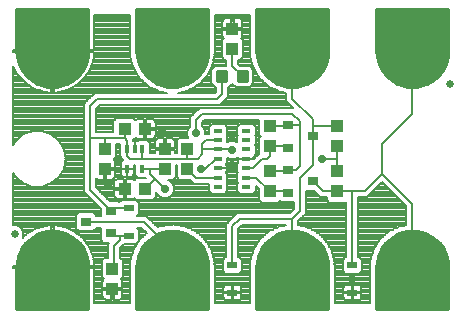
<source format=gtl>
G75*
%MOIN*%
%OFA0B0*%
%FSLAX25Y25*%
%IPPOS*%
%LPD*%
%AMOC8*
5,1,8,0,0,1.08239X$1,22.5*
%
%ADD10C,0.02500*%
%ADD11R,0.03937X0.04331*%
%ADD12R,0.03543X0.03150*%
%ADD13R,0.02953X0.01378*%
%ADD14R,0.04331X0.03937*%
%ADD15R,0.01575X0.02953*%
%ADD16C,0.20000*%
%ADD17C,0.01000*%
%ADD18R,0.03268X0.02480*%
%ADD19C,0.01181*%
%ADD20C,0.00800*%
%ADD21C,0.02900*%
D10*
X0095833Y0306400D03*
X0240833Y0356400D03*
D11*
X0203333Y0342246D03*
X0203333Y0335554D03*
X0203333Y0327246D03*
X0203333Y0320554D03*
X0180833Y0320554D03*
X0180833Y0327246D03*
X0180833Y0335554D03*
X0180833Y0342246D03*
X0153333Y0334746D03*
X0153333Y0328054D03*
X0145833Y0328054D03*
X0145833Y0334746D03*
X0125833Y0334746D03*
X0125833Y0328054D03*
X0128333Y0294746D03*
X0128333Y0288054D03*
X0168333Y0368054D03*
X0168333Y0374746D03*
D12*
X0186896Y0342640D03*
X0186896Y0335160D03*
X0186896Y0327640D03*
X0186896Y0320160D03*
X0195164Y0323900D03*
X0195164Y0338900D03*
X0127770Y0314140D03*
X0127770Y0306660D03*
X0119503Y0310400D03*
D13*
X0163609Y0321951D03*
X0163609Y0325101D03*
X0163609Y0328250D03*
X0163609Y0331400D03*
X0163609Y0334550D03*
X0163609Y0337699D03*
X0163609Y0340849D03*
X0173058Y0340849D03*
X0173058Y0337699D03*
X0173058Y0334550D03*
X0173058Y0331400D03*
X0173058Y0328250D03*
X0173058Y0325101D03*
X0173058Y0321951D03*
D14*
X0139180Y0321400D03*
X0132487Y0321400D03*
X0132487Y0341400D03*
X0139180Y0341400D03*
D15*
X0138392Y0334648D03*
X0135833Y0334648D03*
X0133274Y0334648D03*
X0133274Y0328152D03*
X0138392Y0328152D03*
D16*
X0148333Y0295400D03*
X0188333Y0295400D03*
X0228333Y0295400D03*
X0228333Y0367400D03*
X0188333Y0367400D03*
X0148333Y0367400D03*
X0108333Y0367400D03*
X0108333Y0295400D03*
D17*
X0096333Y0281400D02*
X0120333Y0281400D01*
X0120333Y0295400D01*
X0120211Y0297108D01*
X0119847Y0298781D01*
X0119249Y0300385D01*
X0118428Y0301888D01*
X0117402Y0303258D01*
X0116192Y0304469D01*
X0114821Y0305495D01*
X0113318Y0306316D01*
X0111714Y0306914D01*
X0110041Y0307278D01*
X0108333Y0307400D01*
X0106626Y0307278D01*
X0104953Y0306914D01*
X0103348Y0306316D01*
X0101846Y0305495D01*
X0100475Y0304469D01*
X0099264Y0303258D01*
X0098238Y0301888D01*
X0097418Y0300385D01*
X0096819Y0298781D01*
X0096455Y0297108D01*
X0096333Y0295400D01*
X0096333Y0281400D01*
X0120333Y0281400D01*
X0120333Y0282399D02*
X0096333Y0282399D01*
X0096333Y0283397D02*
X0120333Y0283397D01*
X0120333Y0284396D02*
X0096333Y0284396D01*
X0096333Y0285394D02*
X0120333Y0285394D01*
X0120333Y0286393D02*
X0096333Y0286393D01*
X0096333Y0287391D02*
X0120333Y0287391D01*
X0120333Y0288390D02*
X0096333Y0288390D01*
X0096333Y0289388D02*
X0120333Y0289388D01*
X0120333Y0290387D02*
X0096333Y0290387D01*
X0096333Y0291385D02*
X0120333Y0291385D01*
X0120333Y0292384D02*
X0096333Y0292384D01*
X0096333Y0293382D02*
X0120333Y0293382D01*
X0120333Y0294381D02*
X0096333Y0294381D01*
X0096333Y0295379D02*
X0120333Y0295379D01*
X0120263Y0296378D02*
X0096403Y0296378D01*
X0096514Y0297376D02*
X0120153Y0297376D01*
X0119936Y0298375D02*
X0096731Y0298375D01*
X0097040Y0299373D02*
X0119626Y0299373D01*
X0119254Y0300372D02*
X0097413Y0300372D01*
X0097956Y0301370D02*
X0118711Y0301370D01*
X0118068Y0302369D02*
X0098598Y0302369D01*
X0099373Y0303367D02*
X0117293Y0303367D01*
X0116295Y0304366D02*
X0100372Y0304366D01*
X0101671Y0305364D02*
X0114996Y0305364D01*
X0113192Y0306363D02*
X0103475Y0306363D01*
X0107792Y0307361D02*
X0108874Y0307361D01*
X0136819Y0298781D02*
X0136455Y0297108D01*
X0136333Y0295400D01*
X0136333Y0281400D01*
X0160333Y0281400D01*
X0160333Y0295400D01*
X0160211Y0297108D01*
X0159847Y0298781D01*
X0159249Y0300385D01*
X0158428Y0301888D01*
X0157402Y0303258D01*
X0156192Y0304469D01*
X0154821Y0305495D01*
X0153318Y0306316D01*
X0151714Y0306914D01*
X0150041Y0307278D01*
X0148333Y0307400D01*
X0146626Y0307278D01*
X0144953Y0306914D01*
X0143348Y0306316D01*
X0141846Y0305495D01*
X0140475Y0304469D01*
X0139264Y0303258D01*
X0138238Y0301888D01*
X0137418Y0300385D01*
X0136819Y0298781D01*
X0136731Y0298375D02*
X0159936Y0298375D01*
X0160153Y0297376D02*
X0136514Y0297376D01*
X0136403Y0296378D02*
X0160263Y0296378D01*
X0160333Y0295379D02*
X0136333Y0295379D01*
X0136333Y0294381D02*
X0160333Y0294381D01*
X0160333Y0293382D02*
X0136333Y0293382D01*
X0136333Y0292384D02*
X0160333Y0292384D01*
X0160333Y0291385D02*
X0136333Y0291385D01*
X0136333Y0290387D02*
X0160333Y0290387D01*
X0160333Y0289388D02*
X0136333Y0289388D01*
X0136333Y0288390D02*
X0160333Y0288390D01*
X0160333Y0287391D02*
X0136333Y0287391D01*
X0136333Y0286393D02*
X0160333Y0286393D01*
X0160333Y0285394D02*
X0136333Y0285394D01*
X0136333Y0284396D02*
X0160333Y0284396D01*
X0160333Y0283397D02*
X0136333Y0283397D01*
X0136333Y0282399D02*
X0160333Y0282399D01*
X0160333Y0281400D02*
X0136333Y0281400D01*
X0137040Y0299373D02*
X0159626Y0299373D01*
X0159254Y0300372D02*
X0137413Y0300372D01*
X0137956Y0301370D02*
X0158711Y0301370D01*
X0158068Y0302369D02*
X0138598Y0302369D01*
X0139373Y0303367D02*
X0157293Y0303367D01*
X0156295Y0304366D02*
X0140372Y0304366D01*
X0141671Y0305364D02*
X0154996Y0305364D01*
X0153192Y0306363D02*
X0143475Y0306363D01*
X0147792Y0307361D02*
X0148874Y0307361D01*
X0176819Y0298781D02*
X0176455Y0297108D01*
X0176333Y0295400D01*
X0176333Y0281400D01*
X0200333Y0281400D01*
X0200333Y0295400D01*
X0200211Y0297108D01*
X0199847Y0298781D01*
X0199249Y0300385D01*
X0198428Y0301888D01*
X0197402Y0303258D01*
X0196192Y0304469D01*
X0194821Y0305495D01*
X0193318Y0306316D01*
X0191714Y0306914D01*
X0190041Y0307278D01*
X0188333Y0307400D01*
X0186626Y0307278D01*
X0184953Y0306914D01*
X0183348Y0306316D01*
X0181846Y0305495D01*
X0180475Y0304469D01*
X0179264Y0303258D01*
X0178238Y0301888D01*
X0177418Y0300385D01*
X0176819Y0298781D01*
X0176731Y0298375D02*
X0199936Y0298375D01*
X0200153Y0297376D02*
X0176514Y0297376D01*
X0176403Y0296378D02*
X0200263Y0296378D01*
X0200333Y0295379D02*
X0176333Y0295379D01*
X0176333Y0294381D02*
X0200333Y0294381D01*
X0200333Y0293382D02*
X0176333Y0293382D01*
X0176333Y0292384D02*
X0200333Y0292384D01*
X0200333Y0291385D02*
X0176333Y0291385D01*
X0176333Y0290387D02*
X0200333Y0290387D01*
X0200333Y0289388D02*
X0176333Y0289388D01*
X0176333Y0288390D02*
X0200333Y0288390D01*
X0200333Y0287391D02*
X0176333Y0287391D01*
X0176333Y0286393D02*
X0200333Y0286393D01*
X0200333Y0285394D02*
X0176333Y0285394D01*
X0176333Y0284396D02*
X0200333Y0284396D01*
X0200333Y0283397D02*
X0176333Y0283397D01*
X0176333Y0282399D02*
X0200333Y0282399D01*
X0200333Y0281400D02*
X0176333Y0281400D01*
X0177040Y0299373D02*
X0199626Y0299373D01*
X0199254Y0300372D02*
X0177413Y0300372D01*
X0177956Y0301370D02*
X0198711Y0301370D01*
X0198068Y0302369D02*
X0178598Y0302369D01*
X0179373Y0303367D02*
X0197293Y0303367D01*
X0196295Y0304366D02*
X0180372Y0304366D01*
X0181671Y0305364D02*
X0194996Y0305364D01*
X0193192Y0306363D02*
X0183475Y0306363D01*
X0187792Y0307361D02*
X0188874Y0307361D01*
X0216819Y0298781D02*
X0216455Y0297108D01*
X0216333Y0295400D01*
X0216333Y0281400D01*
X0240333Y0281400D01*
X0240333Y0295400D01*
X0240211Y0297108D01*
X0239847Y0298781D01*
X0239249Y0300385D01*
X0238428Y0301888D01*
X0237402Y0303258D01*
X0236192Y0304469D01*
X0234821Y0305495D01*
X0233318Y0306316D01*
X0231714Y0306914D01*
X0230041Y0307278D01*
X0228333Y0307400D01*
X0226626Y0307278D01*
X0224953Y0306914D01*
X0223348Y0306316D01*
X0221846Y0305495D01*
X0220475Y0304469D01*
X0219264Y0303258D01*
X0218238Y0301888D01*
X0217418Y0300385D01*
X0216819Y0298781D01*
X0216731Y0298375D02*
X0239936Y0298375D01*
X0240153Y0297376D02*
X0216514Y0297376D01*
X0216403Y0296378D02*
X0240263Y0296378D01*
X0240333Y0295379D02*
X0216333Y0295379D01*
X0216333Y0294381D02*
X0240333Y0294381D01*
X0240333Y0293382D02*
X0216333Y0293382D01*
X0216333Y0292384D02*
X0240333Y0292384D01*
X0240333Y0291385D02*
X0216333Y0291385D01*
X0216333Y0290387D02*
X0240333Y0290387D01*
X0240333Y0289388D02*
X0216333Y0289388D01*
X0216333Y0288390D02*
X0240333Y0288390D01*
X0240333Y0287391D02*
X0216333Y0287391D01*
X0216333Y0286393D02*
X0240333Y0286393D01*
X0240333Y0285394D02*
X0216333Y0285394D01*
X0216333Y0284396D02*
X0240333Y0284396D01*
X0240333Y0283397D02*
X0216333Y0283397D01*
X0216333Y0282399D02*
X0240333Y0282399D01*
X0240333Y0281400D02*
X0216333Y0281400D01*
X0217040Y0299373D02*
X0239626Y0299373D01*
X0239254Y0300372D02*
X0217413Y0300372D01*
X0217956Y0301370D02*
X0238711Y0301370D01*
X0238068Y0302369D02*
X0218598Y0302369D01*
X0219373Y0303367D02*
X0237293Y0303367D01*
X0236295Y0304366D02*
X0220372Y0304366D01*
X0221671Y0305364D02*
X0234996Y0305364D01*
X0233192Y0306363D02*
X0223475Y0306363D01*
X0227792Y0307361D02*
X0228874Y0307361D01*
X0228333Y0355400D02*
X0226626Y0355522D01*
X0224953Y0355886D01*
X0223348Y0356484D01*
X0221846Y0357305D01*
X0220475Y0358331D01*
X0219264Y0359542D01*
X0218238Y0360912D01*
X0217418Y0362415D01*
X0216819Y0364019D01*
X0216455Y0365692D01*
X0216333Y0367400D01*
X0216333Y0381400D01*
X0240333Y0381400D01*
X0240333Y0367400D01*
X0240211Y0365692D01*
X0239847Y0364019D01*
X0239249Y0362415D01*
X0238428Y0360912D01*
X0237402Y0359542D01*
X0236192Y0358331D01*
X0234821Y0357305D01*
X0233318Y0356484D01*
X0231714Y0355886D01*
X0230041Y0355522D01*
X0228333Y0355400D01*
X0223874Y0356288D02*
X0232793Y0356288D01*
X0234788Y0357287D02*
X0221879Y0357287D01*
X0220536Y0358285D02*
X0236131Y0358285D01*
X0237145Y0359284D02*
X0219522Y0359284D01*
X0218710Y0360282D02*
X0237957Y0360282D01*
X0238630Y0361281D02*
X0218037Y0361281D01*
X0217492Y0362279D02*
X0239175Y0362279D01*
X0239571Y0363278D02*
X0217096Y0363278D01*
X0216763Y0364276D02*
X0239903Y0364276D01*
X0240120Y0365275D02*
X0216546Y0365275D01*
X0216414Y0366273D02*
X0240253Y0366273D01*
X0240324Y0367272D02*
X0216342Y0367272D01*
X0216333Y0368270D02*
X0240333Y0368270D01*
X0240333Y0369269D02*
X0216333Y0369269D01*
X0216333Y0370268D02*
X0240333Y0370268D01*
X0240333Y0371266D02*
X0216333Y0371266D01*
X0216333Y0372265D02*
X0240333Y0372265D01*
X0240333Y0373263D02*
X0216333Y0373263D01*
X0216333Y0374262D02*
X0240333Y0374262D01*
X0240333Y0375260D02*
X0216333Y0375260D01*
X0216333Y0376259D02*
X0240333Y0376259D01*
X0240333Y0377257D02*
X0216333Y0377257D01*
X0216333Y0378256D02*
X0240333Y0378256D01*
X0240333Y0379254D02*
X0216333Y0379254D01*
X0216333Y0380253D02*
X0240333Y0380253D01*
X0240333Y0381251D02*
X0216333Y0381251D01*
X0200333Y0381251D02*
X0176333Y0381251D01*
X0176333Y0381400D02*
X0176333Y0367400D01*
X0176455Y0365692D01*
X0176819Y0364019D01*
X0177418Y0362415D01*
X0178238Y0360912D01*
X0179264Y0359542D01*
X0180475Y0358331D01*
X0181846Y0357305D01*
X0183348Y0356484D01*
X0184953Y0355886D01*
X0186626Y0355522D01*
X0188333Y0355400D01*
X0190041Y0355522D01*
X0191714Y0355886D01*
X0193318Y0356484D01*
X0194821Y0357305D01*
X0196192Y0358331D01*
X0197402Y0359542D01*
X0198428Y0360912D01*
X0199249Y0362415D01*
X0199847Y0364019D01*
X0200211Y0365692D01*
X0200333Y0367400D01*
X0200333Y0381400D01*
X0176333Y0381400D01*
X0176333Y0380253D02*
X0200333Y0380253D01*
X0200333Y0379254D02*
X0176333Y0379254D01*
X0176333Y0378256D02*
X0200333Y0378256D01*
X0200333Y0377257D02*
X0176333Y0377257D01*
X0176333Y0376259D02*
X0200333Y0376259D01*
X0200333Y0375260D02*
X0176333Y0375260D01*
X0176333Y0374262D02*
X0200333Y0374262D01*
X0200333Y0373263D02*
X0176333Y0373263D01*
X0176333Y0372265D02*
X0200333Y0372265D01*
X0200333Y0371266D02*
X0176333Y0371266D01*
X0176333Y0370268D02*
X0200333Y0370268D01*
X0200333Y0369269D02*
X0176333Y0369269D01*
X0176333Y0368270D02*
X0200333Y0368270D01*
X0200324Y0367272D02*
X0176342Y0367272D01*
X0176414Y0366273D02*
X0200253Y0366273D01*
X0200120Y0365275D02*
X0176546Y0365275D01*
X0176763Y0364276D02*
X0199903Y0364276D01*
X0199571Y0363278D02*
X0177096Y0363278D01*
X0177492Y0362279D02*
X0199175Y0362279D01*
X0198630Y0361281D02*
X0178037Y0361281D01*
X0178710Y0360282D02*
X0197957Y0360282D01*
X0197145Y0359284D02*
X0179522Y0359284D01*
X0180536Y0358285D02*
X0196131Y0358285D01*
X0194788Y0357287D02*
X0181879Y0357287D01*
X0183874Y0356288D02*
X0192793Y0356288D01*
X0159847Y0364019D02*
X0160211Y0365692D01*
X0160333Y0367400D01*
X0160333Y0381400D01*
X0136333Y0381400D01*
X0136333Y0367400D01*
X0136455Y0365692D01*
X0136819Y0364019D01*
X0137418Y0362415D01*
X0138238Y0360912D01*
X0139264Y0359542D01*
X0140475Y0358331D01*
X0141846Y0357305D01*
X0143348Y0356484D01*
X0144953Y0355886D01*
X0146626Y0355522D01*
X0148333Y0355400D01*
X0150041Y0355522D01*
X0151714Y0355886D01*
X0153318Y0356484D01*
X0154821Y0357305D01*
X0156192Y0358331D01*
X0157402Y0359542D01*
X0158428Y0360912D01*
X0159249Y0362415D01*
X0159847Y0364019D01*
X0159903Y0364276D02*
X0136763Y0364276D01*
X0136546Y0365275D02*
X0160120Y0365275D01*
X0160253Y0366273D02*
X0136414Y0366273D01*
X0136342Y0367272D02*
X0160324Y0367272D01*
X0160333Y0368270D02*
X0136333Y0368270D01*
X0136333Y0369269D02*
X0160333Y0369269D01*
X0160333Y0370268D02*
X0136333Y0370268D01*
X0136333Y0371266D02*
X0160333Y0371266D01*
X0160333Y0372265D02*
X0136333Y0372265D01*
X0136333Y0373263D02*
X0160333Y0373263D01*
X0160333Y0374262D02*
X0136333Y0374262D01*
X0136333Y0375260D02*
X0160333Y0375260D01*
X0160333Y0376259D02*
X0136333Y0376259D01*
X0136333Y0377257D02*
X0160333Y0377257D01*
X0160333Y0378256D02*
X0136333Y0378256D01*
X0136333Y0379254D02*
X0160333Y0379254D01*
X0160333Y0380253D02*
X0136333Y0380253D01*
X0136333Y0381251D02*
X0160333Y0381251D01*
X0159571Y0363278D02*
X0137096Y0363278D01*
X0137492Y0362279D02*
X0159175Y0362279D01*
X0158630Y0361281D02*
X0138037Y0361281D01*
X0138710Y0360282D02*
X0157957Y0360282D01*
X0157145Y0359284D02*
X0139522Y0359284D01*
X0140536Y0358285D02*
X0156131Y0358285D01*
X0154788Y0357287D02*
X0141879Y0357287D01*
X0143874Y0356288D02*
X0152793Y0356288D01*
X0119847Y0364019D02*
X0120211Y0365692D01*
X0120333Y0367400D01*
X0120333Y0381400D01*
X0096333Y0381400D01*
X0096333Y0367400D01*
X0096455Y0365692D01*
X0096819Y0364019D01*
X0097418Y0362415D01*
X0098238Y0360912D01*
X0099264Y0359542D01*
X0100475Y0358331D01*
X0101846Y0357305D01*
X0103348Y0356484D01*
X0104953Y0355886D01*
X0106626Y0355522D01*
X0108333Y0355400D01*
X0110041Y0355522D01*
X0111714Y0355886D01*
X0113318Y0356484D01*
X0114821Y0357305D01*
X0116192Y0358331D01*
X0117402Y0359542D01*
X0118428Y0360912D01*
X0119249Y0362415D01*
X0119847Y0364019D01*
X0119903Y0364276D02*
X0096763Y0364276D01*
X0096546Y0365275D02*
X0120120Y0365275D01*
X0120253Y0366273D02*
X0096414Y0366273D01*
X0096342Y0367272D02*
X0120324Y0367272D01*
X0120333Y0368270D02*
X0096333Y0368270D01*
X0096333Y0369269D02*
X0120333Y0369269D01*
X0120333Y0370268D02*
X0096333Y0370268D01*
X0096333Y0371266D02*
X0120333Y0371266D01*
X0120333Y0372265D02*
X0096333Y0372265D01*
X0096333Y0373263D02*
X0120333Y0373263D01*
X0120333Y0374262D02*
X0096333Y0374262D01*
X0096333Y0375260D02*
X0120333Y0375260D01*
X0120333Y0376259D02*
X0096333Y0376259D01*
X0096333Y0377257D02*
X0120333Y0377257D01*
X0120333Y0378256D02*
X0096333Y0378256D01*
X0096333Y0379254D02*
X0120333Y0379254D01*
X0120333Y0380253D02*
X0096333Y0380253D01*
X0096333Y0381251D02*
X0120333Y0381251D01*
X0119571Y0363278D02*
X0097096Y0363278D01*
X0097492Y0362279D02*
X0119175Y0362279D01*
X0118630Y0361281D02*
X0098037Y0361281D01*
X0098710Y0360282D02*
X0117957Y0360282D01*
X0117145Y0359284D02*
X0099522Y0359284D01*
X0100536Y0358285D02*
X0116131Y0358285D01*
X0114788Y0357287D02*
X0101879Y0357287D01*
X0103874Y0356288D02*
X0112793Y0356288D01*
D18*
X0133833Y0314928D03*
X0133833Y0305872D03*
X0168333Y0295928D03*
X0168333Y0286872D03*
X0208333Y0286872D03*
X0208333Y0295928D03*
D19*
X0170408Y0357522D02*
X0170408Y0360278D01*
X0173164Y0360278D01*
X0173164Y0357522D01*
X0170408Y0357522D01*
X0170408Y0358644D02*
X0173164Y0358644D01*
X0173164Y0359766D02*
X0170408Y0359766D01*
X0163503Y0360278D02*
X0163503Y0357522D01*
X0163503Y0360278D02*
X0166259Y0360278D01*
X0166259Y0357522D01*
X0163503Y0357522D01*
X0163503Y0358644D02*
X0166259Y0358644D01*
X0166259Y0359766D02*
X0163503Y0359766D01*
D20*
X0164881Y0358900D02*
X0164881Y0352947D01*
X0163333Y0351400D01*
X0123333Y0351400D01*
X0120833Y0348900D01*
X0120833Y0338400D01*
X0120987Y0338246D01*
X0123333Y0338246D01*
X0122680Y0338246D01*
X0123333Y0338246D01*
X0125833Y0338246D01*
X0125833Y0334746D01*
X0125833Y0338246D02*
X0132487Y0338246D01*
X0132487Y0341400D01*
X0132487Y0338246D02*
X0133274Y0337459D01*
X0133274Y0334648D01*
X0133274Y0332459D01*
X0134333Y0331400D01*
X0138333Y0331400D01*
X0138392Y0331459D01*
X0153333Y0331459D01*
X0153333Y0334746D01*
X0153333Y0331459D02*
X0156892Y0331459D01*
X0158333Y0332900D01*
X0158333Y0334550D01*
X0158333Y0336400D01*
X0159633Y0337699D01*
X0163609Y0337699D01*
X0166685Y0338094D02*
X0169981Y0338094D01*
X0169981Y0337296D02*
X0169312Y0337296D01*
X0168940Y0337450D02*
X0167727Y0337450D01*
X0166685Y0337019D01*
X0166685Y0339051D01*
X0166462Y0339274D01*
X0166685Y0339497D01*
X0166685Y0342201D01*
X0165748Y0343138D01*
X0161470Y0343138D01*
X0160533Y0342201D01*
X0160533Y0339699D01*
X0159376Y0339699D01*
X0159376Y0340535D01*
X0158912Y0341656D01*
X0158326Y0342242D01*
X0158326Y0343564D01*
X0159162Y0344400D01*
X0177265Y0344400D01*
X0177265Y0339418D01*
X0177783Y0338900D01*
X0177265Y0338382D01*
X0177265Y0333160D01*
X0176333Y0332228D01*
X0175934Y0331829D01*
X0175934Y0332273D01*
X0175839Y0332629D01*
X0175739Y0332803D01*
X0176134Y0333198D01*
X0176134Y0335901D01*
X0175911Y0336124D01*
X0176134Y0336347D01*
X0176134Y0339051D01*
X0175911Y0339274D01*
X0176134Y0339497D01*
X0176134Y0342201D01*
X0175197Y0343138D01*
X0170919Y0343138D01*
X0169981Y0342201D01*
X0169981Y0339497D01*
X0170204Y0339274D01*
X0169981Y0339051D01*
X0169981Y0337019D01*
X0168940Y0337450D01*
X0167354Y0337296D02*
X0166685Y0337296D01*
X0166685Y0338893D02*
X0169981Y0338893D01*
X0169981Y0339691D02*
X0166685Y0339691D01*
X0166685Y0340490D02*
X0169981Y0340490D01*
X0169981Y0341288D02*
X0166685Y0341288D01*
X0166685Y0342087D02*
X0169981Y0342087D01*
X0170666Y0342885D02*
X0166000Y0342885D01*
X0161217Y0342885D02*
X0158326Y0342885D01*
X0158446Y0343684D02*
X0177265Y0343684D01*
X0177265Y0342885D02*
X0175449Y0342885D01*
X0176134Y0342087D02*
X0177265Y0342087D01*
X0177265Y0341288D02*
X0176134Y0341288D01*
X0176134Y0340490D02*
X0177265Y0340490D01*
X0177265Y0339691D02*
X0176134Y0339691D01*
X0176134Y0338893D02*
X0177776Y0338893D01*
X0177265Y0338094D02*
X0176134Y0338094D01*
X0176134Y0337296D02*
X0177265Y0337296D01*
X0177265Y0336497D02*
X0176134Y0336497D01*
X0176134Y0335699D02*
X0177265Y0335699D01*
X0177265Y0334900D02*
X0176134Y0334900D01*
X0176134Y0334102D02*
X0177265Y0334102D01*
X0177333Y0333900D02*
X0174833Y0331400D01*
X0173058Y0331400D01*
X0175505Y0331400D01*
X0175505Y0331400D01*
X0173058Y0331400D01*
X0173058Y0331400D01*
X0170181Y0331400D01*
X0173058Y0331400D01*
X0173058Y0331400D01*
X0170181Y0331400D02*
X0170181Y0330527D01*
X0170277Y0330171D01*
X0170377Y0329997D01*
X0169981Y0329602D01*
X0169981Y0326899D01*
X0170204Y0326676D01*
X0169981Y0326452D01*
X0169981Y0323749D01*
X0170204Y0323526D01*
X0169981Y0323303D01*
X0169981Y0320599D01*
X0170919Y0319662D01*
X0175197Y0319662D01*
X0176134Y0320599D01*
X0176134Y0322424D01*
X0177265Y0321294D01*
X0177265Y0317725D01*
X0178202Y0316788D01*
X0183465Y0316788D01*
X0184062Y0317385D01*
X0184462Y0316985D01*
X0188833Y0316985D01*
X0188833Y0314728D01*
X0187505Y0313400D01*
X0170005Y0313400D01*
X0168833Y0312228D01*
X0166333Y0309728D01*
X0166333Y0298768D01*
X0166037Y0298768D01*
X0165099Y0297830D01*
X0165099Y0294025D01*
X0166037Y0293087D01*
X0170630Y0293087D01*
X0171567Y0294025D01*
X0171567Y0297830D01*
X0170630Y0298768D01*
X0170333Y0298768D01*
X0170333Y0308072D01*
X0171662Y0309400D01*
X0186333Y0309400D01*
X0186333Y0309363D01*
X0186326Y0309362D01*
X0185608Y0309310D01*
X0185496Y0309181D01*
X0185189Y0309114D01*
X0185034Y0309185D01*
X0184359Y0308934D01*
X0183656Y0308781D01*
X0183564Y0308637D01*
X0183269Y0308527D01*
X0183105Y0308576D01*
X0182474Y0308231D01*
X0181799Y0307979D01*
X0181728Y0307824D01*
X0181453Y0307673D01*
X0181284Y0307697D01*
X0180707Y0307266D01*
X0180076Y0306921D01*
X0180028Y0306757D01*
X0179776Y0306569D01*
X0179605Y0306569D01*
X0179096Y0306060D01*
X0178520Y0305629D01*
X0178496Y0305460D01*
X0178274Y0305237D01*
X0178104Y0305213D01*
X0177673Y0304637D01*
X0177164Y0304128D01*
X0177164Y0303957D01*
X0176976Y0303706D01*
X0176812Y0303658D01*
X0176467Y0303026D01*
X0176036Y0302450D01*
X0176060Y0302281D01*
X0175910Y0302005D01*
X0175754Y0301934D01*
X0175503Y0301260D01*
X0175158Y0300628D01*
X0175206Y0300464D01*
X0175096Y0300170D01*
X0174952Y0300077D01*
X0174799Y0299374D01*
X0174548Y0298700D01*
X0174619Y0298544D01*
X0174552Y0298237D01*
X0174423Y0298125D01*
X0174372Y0297407D01*
X0174219Y0296704D01*
X0174311Y0296560D01*
X0174295Y0296331D01*
X0174233Y0296270D01*
X0174233Y0295475D01*
X0174177Y0294682D01*
X0174233Y0294617D01*
X0174233Y0283400D01*
X0162433Y0283400D01*
X0162433Y0294617D01*
X0162490Y0294682D01*
X0162433Y0295475D01*
X0162433Y0296270D01*
X0162372Y0296331D01*
X0162356Y0296560D01*
X0162448Y0296704D01*
X0162295Y0297407D01*
X0162244Y0298125D01*
X0162115Y0298237D01*
X0162048Y0298544D01*
X0162119Y0298700D01*
X0161867Y0299374D01*
X0161714Y0300077D01*
X0161571Y0300170D01*
X0161461Y0300464D01*
X0161509Y0300628D01*
X0161164Y0301260D01*
X0160913Y0301934D01*
X0160757Y0302005D01*
X0160606Y0302281D01*
X0160631Y0302450D01*
X0160200Y0303026D01*
X0159855Y0303658D01*
X0159691Y0303706D01*
X0159502Y0303957D01*
X0159502Y0304128D01*
X0158993Y0304637D01*
X0158562Y0305213D01*
X0158393Y0305237D01*
X0158171Y0305460D01*
X0158146Y0305629D01*
X0157570Y0306060D01*
X0157062Y0306569D01*
X0156891Y0306569D01*
X0156639Y0306757D01*
X0156591Y0306921D01*
X0155959Y0307266D01*
X0155383Y0307697D01*
X0155214Y0307673D01*
X0154938Y0307824D01*
X0154867Y0307979D01*
X0154193Y0308231D01*
X0153561Y0308576D01*
X0153397Y0308527D01*
X0153103Y0308637D01*
X0153010Y0308781D01*
X0152307Y0308934D01*
X0151633Y0309185D01*
X0151478Y0309114D01*
X0151170Y0309181D01*
X0151059Y0309310D01*
X0150341Y0309362D01*
X0149638Y0309515D01*
X0149494Y0309422D01*
X0149180Y0309445D01*
X0149051Y0309557D01*
X0148333Y0309505D01*
X0147616Y0309557D01*
X0147486Y0309445D01*
X0147173Y0309422D01*
X0147029Y0309515D01*
X0146326Y0309362D01*
X0145608Y0309310D01*
X0145496Y0309181D01*
X0145189Y0309114D01*
X0145034Y0309185D01*
X0144359Y0308934D01*
X0143656Y0308781D01*
X0143564Y0308637D01*
X0143462Y0308599D01*
X0139662Y0312400D01*
X0136442Y0312400D01*
X0137067Y0313025D01*
X0137067Y0316830D01*
X0136130Y0317768D01*
X0131537Y0317768D01*
X0130697Y0316928D01*
X0130592Y0316928D01*
X0130205Y0317315D01*
X0127424Y0317315D01*
X0122833Y0321906D01*
X0122833Y0324940D01*
X0123005Y0324768D01*
X0123324Y0324584D01*
X0123680Y0324488D01*
X0125433Y0324488D01*
X0125433Y0327653D01*
X0126233Y0327653D01*
X0126233Y0324488D01*
X0127986Y0324488D01*
X0128342Y0324584D01*
X0128661Y0324768D01*
X0128922Y0325029D01*
X0129106Y0325348D01*
X0129202Y0325704D01*
X0129202Y0327654D01*
X0126233Y0327654D01*
X0126233Y0328454D01*
X0129202Y0328454D01*
X0129202Y0330403D01*
X0129106Y0330759D01*
X0128922Y0331079D01*
X0128742Y0331259D01*
X0129402Y0331918D01*
X0129402Y0336246D01*
X0130887Y0336246D01*
X0130887Y0332509D01*
X0131274Y0332122D01*
X0131274Y0331631D01*
X0131967Y0330938D01*
X0131946Y0330933D01*
X0131627Y0330749D01*
X0131367Y0330488D01*
X0131182Y0330169D01*
X0131087Y0329813D01*
X0131087Y0328152D01*
X0133274Y0328152D01*
X0133274Y0328152D01*
X0131087Y0328152D01*
X0131087Y0326491D01*
X0131182Y0326135D01*
X0131367Y0325816D01*
X0131627Y0325555D01*
X0131946Y0325371D01*
X0132303Y0325276D01*
X0133274Y0325276D01*
X0133274Y0328152D01*
X0133274Y0328152D01*
X0133274Y0325276D01*
X0134246Y0325276D01*
X0134602Y0325371D01*
X0134921Y0325555D01*
X0135182Y0325816D01*
X0135366Y0326135D01*
X0135462Y0326491D01*
X0135462Y0328152D01*
X0135462Y0329400D01*
X0136005Y0329400D01*
X0136005Y0326013D01*
X0136942Y0325076D01*
X0139329Y0325076D01*
X0139436Y0324968D01*
X0136352Y0324968D01*
X0135692Y0324309D01*
X0135512Y0324489D01*
X0135193Y0324673D01*
X0134837Y0324768D01*
X0132887Y0324768D01*
X0132887Y0321800D01*
X0132087Y0321800D01*
X0132087Y0324768D01*
X0130137Y0324768D01*
X0129781Y0324673D01*
X0129462Y0324489D01*
X0129201Y0324228D01*
X0129017Y0323909D01*
X0128922Y0323553D01*
X0128922Y0321800D01*
X0132087Y0321800D01*
X0132087Y0321000D01*
X0132887Y0321000D01*
X0132887Y0318031D01*
X0134837Y0318031D01*
X0135193Y0318127D01*
X0135512Y0318311D01*
X0135692Y0318491D01*
X0136352Y0317831D01*
X0142008Y0317831D01*
X0142945Y0318769D01*
X0142945Y0320403D01*
X0143248Y0319672D01*
X0144106Y0318814D01*
X0145227Y0318350D01*
X0146440Y0318350D01*
X0147561Y0318814D01*
X0148419Y0319672D01*
X0148883Y0320793D01*
X0148883Y0322007D01*
X0148419Y0323128D01*
X0147561Y0323986D01*
X0146831Y0324288D01*
X0148465Y0324288D01*
X0149402Y0325225D01*
X0149402Y0329459D01*
X0149765Y0329459D01*
X0149765Y0325225D01*
X0150702Y0324288D01*
X0154270Y0324288D01*
X0155458Y0323101D01*
X0160533Y0323101D01*
X0160533Y0320599D01*
X0161470Y0319662D01*
X0165748Y0319662D01*
X0166685Y0320599D01*
X0166685Y0323303D01*
X0166462Y0323526D01*
X0166685Y0323749D01*
X0166685Y0326452D01*
X0166290Y0326848D01*
X0166390Y0327021D01*
X0166485Y0327377D01*
X0166485Y0328250D01*
X0163609Y0328250D01*
X0163609Y0328250D01*
X0166485Y0328250D01*
X0166485Y0329124D01*
X0166390Y0329480D01*
X0166290Y0329653D01*
X0166685Y0330048D01*
X0166685Y0331781D01*
X0167727Y0331350D01*
X0168940Y0331350D01*
X0170061Y0331814D01*
X0170181Y0331935D01*
X0170181Y0331400D01*
X0170181Y0331706D02*
X0169800Y0331706D01*
X0170181Y0330908D02*
X0166685Y0330908D01*
X0166685Y0331706D02*
X0166867Y0331706D01*
X0166685Y0330109D02*
X0170312Y0330109D01*
X0169981Y0329311D02*
X0166435Y0329311D01*
X0166485Y0328512D02*
X0169981Y0328512D01*
X0169981Y0327714D02*
X0166485Y0327714D01*
X0166329Y0326915D02*
X0169981Y0326915D01*
X0169981Y0326117D02*
X0166685Y0326117D01*
X0166685Y0325318D02*
X0169981Y0325318D01*
X0169981Y0324520D02*
X0166685Y0324520D01*
X0166657Y0323721D02*
X0170009Y0323721D01*
X0169981Y0322923D02*
X0166685Y0322923D01*
X0166685Y0322124D02*
X0169981Y0322124D01*
X0169981Y0321326D02*
X0166685Y0321326D01*
X0166613Y0320527D02*
X0170054Y0320527D01*
X0170852Y0319729D02*
X0165814Y0319729D01*
X0161403Y0319729D02*
X0148442Y0319729D01*
X0148773Y0320527D02*
X0160605Y0320527D01*
X0160533Y0321326D02*
X0148883Y0321326D01*
X0148835Y0322124D02*
X0160533Y0322124D01*
X0160533Y0322923D02*
X0148504Y0322923D01*
X0147826Y0323721D02*
X0154837Y0323721D01*
X0156286Y0325101D02*
X0153333Y0328054D01*
X0149765Y0327714D02*
X0149402Y0327714D01*
X0149402Y0328512D02*
X0149765Y0328512D01*
X0149765Y0329311D02*
X0149402Y0329311D01*
X0149402Y0326915D02*
X0149765Y0326915D01*
X0149765Y0326117D02*
X0149402Y0326117D01*
X0149402Y0325318D02*
X0149765Y0325318D01*
X0150471Y0324520D02*
X0148696Y0324520D01*
X0145833Y0321400D02*
X0142583Y0324650D01*
X0142430Y0324650D01*
X0139180Y0321400D01*
X0142945Y0319729D02*
X0143224Y0319729D01*
X0142945Y0318930D02*
X0143990Y0318930D01*
X0142308Y0318132D02*
X0177265Y0318132D01*
X0177265Y0318930D02*
X0147677Y0318930D01*
X0142583Y0324650D02*
X0140833Y0326400D01*
X0140833Y0328054D01*
X0145833Y0328054D01*
X0140833Y0328054D02*
X0138491Y0328054D01*
X0138392Y0328152D01*
X0136005Y0328512D02*
X0135462Y0328512D01*
X0135462Y0328152D02*
X0133274Y0328152D01*
X0133274Y0328152D01*
X0135462Y0328152D01*
X0135462Y0327714D02*
X0136005Y0327714D01*
X0136005Y0326915D02*
X0135462Y0326915D01*
X0135356Y0326117D02*
X0136005Y0326117D01*
X0136700Y0325318D02*
X0134405Y0325318D01*
X0133274Y0325318D02*
X0133274Y0325318D01*
X0133274Y0326117D02*
X0133274Y0326117D01*
X0133274Y0326915D02*
X0133274Y0326915D01*
X0133274Y0327714D02*
X0133274Y0327714D01*
X0131087Y0327714D02*
X0126233Y0327714D01*
X0126233Y0326915D02*
X0125433Y0326915D01*
X0125433Y0326117D02*
X0126233Y0326117D01*
X0126233Y0325318D02*
X0125433Y0325318D01*
X0125433Y0324520D02*
X0126233Y0324520D01*
X0128103Y0324520D02*
X0129515Y0324520D01*
X0129089Y0325318D02*
X0132144Y0325318D01*
X0132087Y0324520D02*
X0132887Y0324520D01*
X0132887Y0323721D02*
X0132087Y0323721D01*
X0132087Y0322923D02*
X0132887Y0322923D01*
X0132887Y0322124D02*
X0132087Y0322124D01*
X0132087Y0321326D02*
X0123413Y0321326D01*
X0122833Y0322124D02*
X0128922Y0322124D01*
X0128922Y0322923D02*
X0122833Y0322923D01*
X0122833Y0323721D02*
X0128967Y0323721D01*
X0129202Y0326117D02*
X0131193Y0326117D01*
X0131087Y0326915D02*
X0129202Y0326915D01*
X0129202Y0328512D02*
X0131087Y0328512D01*
X0131087Y0329311D02*
X0129202Y0329311D01*
X0129202Y0330109D02*
X0131166Y0330109D01*
X0131903Y0330908D02*
X0129021Y0330908D01*
X0129190Y0331706D02*
X0131274Y0331706D01*
X0130891Y0332505D02*
X0129402Y0332505D01*
X0129402Y0333303D02*
X0130887Y0333303D01*
X0130887Y0334102D02*
X0129402Y0334102D01*
X0129402Y0334900D02*
X0130887Y0334900D01*
X0130887Y0335699D02*
X0129402Y0335699D01*
X0128722Y0340246D02*
X0122833Y0340246D01*
X0122833Y0348072D01*
X0124162Y0349400D01*
X0164162Y0349400D01*
X0166881Y0352119D01*
X0166881Y0355331D01*
X0167166Y0355331D01*
X0168333Y0356499D01*
X0169501Y0355331D01*
X0174071Y0355331D01*
X0175355Y0356615D01*
X0175355Y0361185D01*
X0174071Y0362468D01*
X0171046Y0362468D01*
X0170333Y0363181D01*
X0170333Y0364288D01*
X0170965Y0364288D01*
X0171902Y0365225D01*
X0171902Y0370882D01*
X0171242Y0371541D01*
X0171422Y0371721D01*
X0171606Y0372041D01*
X0171702Y0372397D01*
X0171702Y0374346D01*
X0168733Y0374346D01*
X0168733Y0375146D01*
X0171702Y0375146D01*
X0171702Y0377096D01*
X0171606Y0377452D01*
X0171422Y0377771D01*
X0171161Y0378032D01*
X0170842Y0378216D01*
X0170486Y0378312D01*
X0168733Y0378312D01*
X0168733Y0375146D01*
X0167933Y0375146D01*
X0167933Y0374346D01*
X0164965Y0374346D01*
X0164965Y0372397D01*
X0165060Y0372041D01*
X0165245Y0371721D01*
X0165425Y0371541D01*
X0164765Y0370882D01*
X0164765Y0365225D01*
X0165702Y0364288D01*
X0166333Y0364288D01*
X0166333Y0362468D01*
X0162595Y0362468D01*
X0161312Y0361185D01*
X0161312Y0356615D01*
X0162595Y0355331D01*
X0162881Y0355331D01*
X0162881Y0353776D01*
X0162505Y0353400D01*
X0150165Y0353400D01*
X0150341Y0353438D01*
X0151059Y0353490D01*
X0151170Y0353619D01*
X0151478Y0353686D01*
X0151633Y0353615D01*
X0152307Y0353866D01*
X0153010Y0354019D01*
X0153103Y0354163D01*
X0153397Y0354273D01*
X0153561Y0354224D01*
X0154193Y0354569D01*
X0154867Y0354821D01*
X0154938Y0354976D01*
X0155214Y0355127D01*
X0155383Y0355103D01*
X0155959Y0355534D01*
X0156591Y0355879D01*
X0156639Y0356043D01*
X0156891Y0356231D01*
X0157062Y0356231D01*
X0157570Y0356740D01*
X0158146Y0357171D01*
X0158171Y0357340D01*
X0158393Y0357563D01*
X0158562Y0357587D01*
X0158993Y0358163D01*
X0159502Y0358672D01*
X0159502Y0358843D01*
X0159691Y0359094D01*
X0159855Y0359142D01*
X0160200Y0359774D01*
X0160631Y0360350D01*
X0160606Y0360519D01*
X0160757Y0360795D01*
X0160913Y0360866D01*
X0161164Y0361540D01*
X0161509Y0362172D01*
X0161461Y0362336D01*
X0161571Y0362630D01*
X0161714Y0362723D01*
X0161867Y0363426D01*
X0162119Y0364100D01*
X0162048Y0364256D01*
X0162115Y0364563D01*
X0162244Y0364675D01*
X0162295Y0365393D01*
X0162448Y0366096D01*
X0162356Y0366240D01*
X0162372Y0366469D01*
X0162433Y0366530D01*
X0162433Y0367325D01*
X0162490Y0368118D01*
X0162433Y0368183D01*
X0162433Y0379400D01*
X0174233Y0379400D01*
X0174233Y0368183D01*
X0174177Y0368118D01*
X0174233Y0367325D01*
X0174233Y0366530D01*
X0174295Y0366469D01*
X0174311Y0366240D01*
X0174219Y0366096D01*
X0174372Y0365393D01*
X0174423Y0364675D01*
X0174552Y0364563D01*
X0174619Y0364256D01*
X0174548Y0364100D01*
X0174799Y0363426D01*
X0174952Y0362723D01*
X0175096Y0362630D01*
X0175206Y0362336D01*
X0175158Y0362172D01*
X0175503Y0361540D01*
X0175754Y0360866D01*
X0175910Y0360795D01*
X0176060Y0360519D01*
X0176036Y0360350D01*
X0176467Y0359774D01*
X0176812Y0359142D01*
X0176976Y0359094D01*
X0177164Y0358843D01*
X0177164Y0358672D01*
X0177673Y0358163D01*
X0178104Y0357587D01*
X0178274Y0357563D01*
X0178496Y0357340D01*
X0178520Y0357171D01*
X0179096Y0356740D01*
X0179605Y0356231D01*
X0179776Y0356231D01*
X0180028Y0356043D01*
X0180076Y0355879D01*
X0180707Y0355534D01*
X0181284Y0355103D01*
X0181453Y0355127D01*
X0181728Y0354976D01*
X0181799Y0354821D01*
X0182474Y0354569D01*
X0183105Y0354224D01*
X0183269Y0354273D01*
X0183564Y0354163D01*
X0183656Y0354019D01*
X0184359Y0353866D01*
X0185034Y0353615D01*
X0185189Y0353686D01*
X0185496Y0353619D01*
X0185608Y0353490D01*
X0186326Y0353438D01*
X0186333Y0353437D01*
X0186333Y0350572D01*
X0187505Y0349400D01*
X0188505Y0348400D01*
X0157505Y0348400D01*
X0156333Y0347228D01*
X0154326Y0345221D01*
X0154326Y0342242D01*
X0153740Y0341656D01*
X0153276Y0340535D01*
X0153276Y0339322D01*
X0153611Y0338512D01*
X0150702Y0338512D01*
X0149765Y0337575D01*
X0149765Y0333459D01*
X0149202Y0333459D01*
X0149202Y0334346D01*
X0146233Y0334346D01*
X0146233Y0335146D01*
X0149202Y0335146D01*
X0149202Y0337096D01*
X0149106Y0337452D01*
X0148922Y0337771D01*
X0148661Y0338032D01*
X0148342Y0338216D01*
X0147986Y0338312D01*
X0146233Y0338312D01*
X0146233Y0335146D01*
X0145433Y0335146D01*
X0145433Y0334346D01*
X0142465Y0334346D01*
X0142465Y0333459D01*
X0140780Y0333459D01*
X0140780Y0336787D01*
X0139843Y0337724D01*
X0136942Y0337724D01*
X0136742Y0337524D01*
X0135833Y0337524D01*
X0135274Y0337524D01*
X0135274Y0337831D01*
X0135315Y0337831D01*
X0135975Y0338491D01*
X0136155Y0338311D01*
X0136474Y0338127D01*
X0136830Y0338031D01*
X0138780Y0338031D01*
X0138780Y0341000D01*
X0139580Y0341000D01*
X0139580Y0341800D01*
X0142745Y0341800D01*
X0142745Y0343553D01*
X0142650Y0343909D01*
X0142465Y0344228D01*
X0142205Y0344489D01*
X0141886Y0344673D01*
X0141529Y0344768D01*
X0139580Y0344768D01*
X0139580Y0341800D01*
X0138780Y0341800D01*
X0138780Y0344768D01*
X0136830Y0344768D01*
X0136474Y0344673D01*
X0136155Y0344489D01*
X0135975Y0344309D01*
X0135315Y0344968D01*
X0129659Y0344968D01*
X0128722Y0344031D01*
X0128722Y0340246D01*
X0128722Y0340490D02*
X0122833Y0340490D01*
X0122833Y0341288D02*
X0128722Y0341288D01*
X0128722Y0342087D02*
X0122833Y0342087D01*
X0122833Y0342885D02*
X0128722Y0342885D01*
X0128722Y0343684D02*
X0122833Y0343684D01*
X0122833Y0344482D02*
X0129173Y0344482D01*
X0135801Y0344482D02*
X0136148Y0344482D01*
X0138780Y0344482D02*
X0139580Y0344482D01*
X0139580Y0343684D02*
X0138780Y0343684D01*
X0138780Y0342885D02*
X0139580Y0342885D01*
X0139580Y0342087D02*
X0138780Y0342087D01*
X0139580Y0341288D02*
X0153588Y0341288D01*
X0153276Y0340490D02*
X0142745Y0340490D01*
X0142745Y0341000D02*
X0139580Y0341000D01*
X0139580Y0338031D01*
X0141529Y0338031D01*
X0141886Y0338127D01*
X0142205Y0338311D01*
X0142465Y0338572D01*
X0142650Y0338891D01*
X0142745Y0339247D01*
X0142745Y0341000D01*
X0142745Y0342087D02*
X0154171Y0342087D01*
X0154326Y0342885D02*
X0142745Y0342885D01*
X0142710Y0343684D02*
X0154326Y0343684D01*
X0154326Y0344482D02*
X0142211Y0344482D01*
X0139580Y0340490D02*
X0138780Y0340490D01*
X0138780Y0339691D02*
X0139580Y0339691D01*
X0139580Y0338893D02*
X0138780Y0338893D01*
X0138780Y0338094D02*
X0139580Y0338094D01*
X0140271Y0337296D02*
X0142518Y0337296D01*
X0142560Y0337452D02*
X0142465Y0337096D01*
X0142465Y0335146D01*
X0145433Y0335146D01*
X0145433Y0338312D01*
X0143680Y0338312D01*
X0143324Y0338216D01*
X0143005Y0338032D01*
X0142745Y0337771D01*
X0142560Y0337452D01*
X0143113Y0338094D02*
X0141764Y0338094D01*
X0142650Y0338893D02*
X0153454Y0338893D01*
X0153276Y0339691D02*
X0142745Y0339691D01*
X0145433Y0338094D02*
X0146233Y0338094D01*
X0146233Y0337296D02*
X0145433Y0337296D01*
X0145433Y0336497D02*
X0146233Y0336497D01*
X0146233Y0335699D02*
X0145433Y0335699D01*
X0145433Y0334900D02*
X0140780Y0334900D01*
X0140780Y0334102D02*
X0142465Y0334102D01*
X0142465Y0335699D02*
X0140780Y0335699D01*
X0140780Y0336497D02*
X0142465Y0336497D01*
X0146233Y0334900D02*
X0149765Y0334900D01*
X0149765Y0334102D02*
X0149202Y0334102D01*
X0149202Y0335699D02*
X0149765Y0335699D01*
X0149765Y0336497D02*
X0149202Y0336497D01*
X0149148Y0337296D02*
X0149765Y0337296D01*
X0150285Y0338094D02*
X0148554Y0338094D01*
X0156326Y0339928D02*
X0156326Y0344393D01*
X0158333Y0346400D01*
X0188333Y0346400D01*
X0190833Y0343900D01*
X0190833Y0342400D01*
X0190593Y0342640D01*
X0186896Y0342640D01*
X0186503Y0342246D01*
X0180833Y0342246D01*
X0180833Y0335554D02*
X0180833Y0332400D01*
X0179833Y0331400D01*
X0180833Y0332400D01*
X0179833Y0331400D02*
X0178333Y0331400D01*
X0175184Y0328250D01*
X0173058Y0328250D01*
X0173058Y0325101D02*
X0176286Y0325101D01*
X0180833Y0320554D01*
X0186503Y0320554D01*
X0186896Y0320160D01*
X0184114Y0317333D02*
X0184009Y0317333D01*
X0188833Y0316534D02*
X0137067Y0316534D01*
X0137067Y0315736D02*
X0188833Y0315736D01*
X0188833Y0314937D02*
X0137067Y0314937D01*
X0137067Y0314139D02*
X0188244Y0314139D01*
X0190833Y0313900D02*
X0188333Y0311400D01*
X0188333Y0295400D01*
X0175995Y0302161D02*
X0170333Y0302161D01*
X0170333Y0301363D02*
X0175541Y0301363D01*
X0175176Y0300564D02*
X0170333Y0300564D01*
X0170333Y0299766D02*
X0174885Y0299766D01*
X0174648Y0298967D02*
X0170333Y0298967D01*
X0171229Y0298169D02*
X0174473Y0298169D01*
X0174363Y0297370D02*
X0171567Y0297370D01*
X0171567Y0296572D02*
X0174304Y0296572D01*
X0174233Y0295773D02*
X0171567Y0295773D01*
X0171567Y0294975D02*
X0174198Y0294975D01*
X0174233Y0294176D02*
X0171567Y0294176D01*
X0170920Y0293378D02*
X0174233Y0293378D01*
X0174233Y0292579D02*
X0162433Y0292579D01*
X0162433Y0291781D02*
X0174233Y0291781D01*
X0174233Y0290982D02*
X0162433Y0290982D01*
X0162433Y0290184D02*
X0174233Y0290184D01*
X0174233Y0289385D02*
X0170563Y0289385D01*
X0170508Y0289417D02*
X0170152Y0289513D01*
X0168553Y0289513D01*
X0168553Y0287093D01*
X0168113Y0287093D01*
X0168113Y0289513D01*
X0166515Y0289513D01*
X0166159Y0289417D01*
X0165840Y0289233D01*
X0165579Y0288972D01*
X0165395Y0288653D01*
X0165299Y0288297D01*
X0165299Y0287093D01*
X0168113Y0287093D01*
X0168113Y0286652D01*
X0168553Y0286652D01*
X0168553Y0284232D01*
X0170152Y0284232D01*
X0170508Y0284328D01*
X0170827Y0284512D01*
X0171087Y0284773D01*
X0171272Y0285092D01*
X0171367Y0285448D01*
X0171367Y0286652D01*
X0168553Y0286652D01*
X0168553Y0287093D01*
X0171367Y0287093D01*
X0171367Y0288297D01*
X0171272Y0288653D01*
X0171087Y0288972D01*
X0170827Y0289233D01*
X0170508Y0289417D01*
X0171290Y0288587D02*
X0174233Y0288587D01*
X0174233Y0287788D02*
X0171367Y0287788D01*
X0171367Y0286191D02*
X0174233Y0286191D01*
X0174233Y0285393D02*
X0171352Y0285393D01*
X0170909Y0284594D02*
X0174233Y0284594D01*
X0174233Y0283796D02*
X0162433Y0283796D01*
X0162433Y0284594D02*
X0165758Y0284594D01*
X0165840Y0284512D02*
X0166159Y0284328D01*
X0166515Y0284232D01*
X0168113Y0284232D01*
X0168113Y0286652D01*
X0165299Y0286652D01*
X0165299Y0285448D01*
X0165395Y0285092D01*
X0165579Y0284773D01*
X0165840Y0284512D01*
X0165314Y0285393D02*
X0162433Y0285393D01*
X0162433Y0286191D02*
X0165299Y0286191D01*
X0165299Y0287788D02*
X0162433Y0287788D01*
X0162433Y0286990D02*
X0168113Y0286990D01*
X0168553Y0286990D02*
X0174233Y0286990D01*
X0168553Y0287788D02*
X0168113Y0287788D01*
X0168113Y0288587D02*
X0168553Y0288587D01*
X0168553Y0289385D02*
X0168113Y0289385D01*
X0166104Y0289385D02*
X0162433Y0289385D01*
X0162433Y0288587D02*
X0165377Y0288587D01*
X0168113Y0286191D02*
X0168553Y0286191D01*
X0168553Y0285393D02*
X0168113Y0285393D01*
X0168113Y0284594D02*
X0168553Y0284594D01*
X0165746Y0293378D02*
X0162433Y0293378D01*
X0162433Y0294176D02*
X0165099Y0294176D01*
X0165099Y0294975D02*
X0162469Y0294975D01*
X0162433Y0295773D02*
X0165099Y0295773D01*
X0165099Y0296572D02*
X0162363Y0296572D01*
X0162303Y0297370D02*
X0165099Y0297370D01*
X0165438Y0298169D02*
X0162194Y0298169D01*
X0162019Y0298967D02*
X0166333Y0298967D01*
X0166333Y0299766D02*
X0161782Y0299766D01*
X0161490Y0300564D02*
X0166333Y0300564D01*
X0166333Y0301363D02*
X0161126Y0301363D01*
X0160672Y0302161D02*
X0166333Y0302161D01*
X0166333Y0302960D02*
X0160249Y0302960D01*
X0159651Y0303758D02*
X0166333Y0303758D01*
X0166333Y0304557D02*
X0159074Y0304557D01*
X0158275Y0305355D02*
X0166333Y0305355D01*
X0166333Y0306154D02*
X0157477Y0306154D01*
X0156534Y0306952D02*
X0166333Y0306952D01*
X0166333Y0307751D02*
X0155072Y0307751D01*
X0153609Y0308549D02*
X0166333Y0308549D01*
X0166333Y0309348D02*
X0150535Y0309348D01*
X0153338Y0308549D02*
X0153472Y0308549D01*
X0146132Y0309348D02*
X0142714Y0309348D01*
X0141915Y0310146D02*
X0166751Y0310146D01*
X0167550Y0310945D02*
X0141117Y0310945D01*
X0140318Y0311743D02*
X0168348Y0311743D01*
X0169147Y0312542D02*
X0136584Y0312542D01*
X0137067Y0313340D02*
X0169945Y0313340D01*
X0170833Y0311400D02*
X0168333Y0308900D01*
X0168333Y0295928D01*
X0170333Y0302960D02*
X0176418Y0302960D01*
X0177015Y0303758D02*
X0170333Y0303758D01*
X0170333Y0304557D02*
X0177593Y0304557D01*
X0178391Y0305355D02*
X0170333Y0305355D01*
X0170333Y0306154D02*
X0179190Y0306154D01*
X0180133Y0306952D02*
X0170333Y0306952D01*
X0170333Y0307751D02*
X0181595Y0307751D01*
X0183057Y0308549D02*
X0170811Y0308549D01*
X0171610Y0309348D02*
X0186132Y0309348D01*
X0183328Y0308549D02*
X0183195Y0308549D01*
X0188333Y0311400D02*
X0170833Y0311400D01*
X0177657Y0317333D02*
X0136565Y0317333D01*
X0136052Y0318132D02*
X0135201Y0318132D01*
X0132887Y0318132D02*
X0132087Y0318132D01*
X0132087Y0318031D02*
X0132087Y0321000D01*
X0128922Y0321000D01*
X0128922Y0319247D01*
X0129017Y0318891D01*
X0129201Y0318572D01*
X0129462Y0318311D01*
X0129781Y0318127D01*
X0130137Y0318031D01*
X0132087Y0318031D01*
X0132087Y0318930D02*
X0132887Y0318930D01*
X0132887Y0319729D02*
X0132087Y0319729D01*
X0132087Y0320527D02*
X0132887Y0320527D01*
X0131102Y0317333D02*
X0127406Y0317333D01*
X0126607Y0318132D02*
X0129773Y0318132D01*
X0129006Y0318930D02*
X0125809Y0318930D01*
X0125010Y0319729D02*
X0128922Y0319729D01*
X0128922Y0320527D02*
X0124212Y0320527D01*
X0120833Y0321077D02*
X0120833Y0336400D01*
X0120833Y0336400D01*
X0120833Y0338400D01*
X0118833Y0338094D02*
X0109824Y0338094D01*
X0110567Y0337470D02*
X0108055Y0339578D01*
X0104973Y0340700D01*
X0101693Y0340700D01*
X0098612Y0339578D01*
X0098612Y0339578D01*
X0096099Y0337470D01*
X0095333Y0336144D01*
X0095333Y0362429D01*
X0095339Y0362412D01*
X0095339Y0362412D01*
X0095931Y0361081D01*
X0095931Y0361081D01*
X0096660Y0359819D01*
X0097516Y0358640D01*
X0098491Y0357558D01*
X0098491Y0357558D01*
X0098769Y0357307D01*
X0099574Y0356583D01*
X0099900Y0356346D01*
X0100752Y0355726D01*
X0100752Y0355726D01*
X0101135Y0355506D01*
X0102014Y0354998D01*
X0102014Y0354998D01*
X0102464Y0354798D01*
X0103345Y0354405D01*
X0103878Y0354232D01*
X0104731Y0353955D01*
X0105372Y0353819D01*
X0106156Y0353652D01*
X0107605Y0353500D01*
X0107933Y0353500D01*
X0107933Y0367000D01*
X0095333Y0367000D01*
X0095333Y0367800D01*
X0107933Y0367800D01*
X0107933Y0367000D01*
X0108733Y0367000D01*
X0108733Y0353500D01*
X0109062Y0353500D01*
X0110511Y0353652D01*
X0111936Y0353955D01*
X0113321Y0354405D01*
X0114652Y0354998D01*
X0115914Y0355726D01*
X0117093Y0356583D01*
X0118176Y0357558D01*
X0119150Y0358640D01*
X0119150Y0358640D01*
X0119164Y0358659D01*
X0120007Y0359819D01*
X0120007Y0359819D01*
X0120735Y0361081D01*
X0121328Y0362412D01*
X0121778Y0363797D01*
X0121778Y0363797D01*
X0122081Y0365223D01*
X0122233Y0366672D01*
X0122233Y0367000D01*
X0108733Y0367000D01*
X0108733Y0367800D01*
X0107933Y0367800D01*
X0107933Y0379400D01*
X0108733Y0379400D01*
X0108733Y0367800D01*
X0122233Y0367800D01*
X0122233Y0379400D01*
X0134233Y0379400D01*
X0134233Y0368183D01*
X0134177Y0368118D01*
X0134233Y0367325D01*
X0134233Y0366530D01*
X0134295Y0366469D01*
X0134311Y0366240D01*
X0134219Y0366096D01*
X0134372Y0365393D01*
X0134423Y0364675D01*
X0134552Y0364563D01*
X0134619Y0364256D01*
X0134548Y0364100D01*
X0134799Y0363426D01*
X0134952Y0362723D01*
X0135096Y0362630D01*
X0135206Y0362336D01*
X0135158Y0362172D01*
X0135503Y0361540D01*
X0135754Y0360866D01*
X0135910Y0360795D01*
X0136060Y0360519D01*
X0136036Y0360350D01*
X0136467Y0359774D01*
X0136812Y0359142D01*
X0136976Y0359094D01*
X0137164Y0358843D01*
X0137164Y0358672D01*
X0137673Y0358163D01*
X0138104Y0357587D01*
X0138274Y0357563D01*
X0138496Y0357340D01*
X0138520Y0357171D01*
X0139096Y0356740D01*
X0139605Y0356231D01*
X0139776Y0356231D01*
X0140028Y0356043D01*
X0140076Y0355879D01*
X0140707Y0355534D01*
X0141284Y0355103D01*
X0141453Y0355127D01*
X0141728Y0354976D01*
X0141799Y0354821D01*
X0142474Y0354569D01*
X0143105Y0354224D01*
X0143269Y0354273D01*
X0143564Y0354163D01*
X0143656Y0354019D01*
X0144359Y0353866D01*
X0145034Y0353615D01*
X0145189Y0353686D01*
X0145496Y0353619D01*
X0145608Y0353490D01*
X0146326Y0353438D01*
X0146502Y0353400D01*
X0122505Y0353400D01*
X0120005Y0350900D01*
X0120005Y0350900D01*
X0118833Y0349728D01*
X0118833Y0320249D01*
X0124399Y0314683D01*
X0124399Y0312400D01*
X0122874Y0312400D01*
X0122874Y0312638D01*
X0121937Y0313575D01*
X0117068Y0313575D01*
X0116131Y0312638D01*
X0116131Y0308162D01*
X0117068Y0307225D01*
X0121937Y0307225D01*
X0122874Y0308162D01*
X0122874Y0308400D01*
X0124399Y0308400D01*
X0124399Y0304422D01*
X0125336Y0303485D01*
X0127090Y0303485D01*
X0126833Y0303228D01*
X0126833Y0298512D01*
X0125702Y0298512D01*
X0124765Y0297575D01*
X0124765Y0291918D01*
X0125425Y0291259D01*
X0125245Y0291079D01*
X0125060Y0290759D01*
X0124965Y0290403D01*
X0124965Y0288454D01*
X0127933Y0288454D01*
X0127933Y0287654D01*
X0124965Y0287654D01*
X0124965Y0285704D01*
X0125060Y0285348D01*
X0125245Y0285029D01*
X0125505Y0284768D01*
X0125824Y0284584D01*
X0126180Y0284488D01*
X0127933Y0284488D01*
X0127933Y0287653D01*
X0128733Y0287653D01*
X0128733Y0284488D01*
X0130486Y0284488D01*
X0130842Y0284584D01*
X0131161Y0284768D01*
X0131422Y0285029D01*
X0131606Y0285348D01*
X0131702Y0285704D01*
X0131702Y0287654D01*
X0128733Y0287654D01*
X0128733Y0288454D01*
X0131702Y0288454D01*
X0131702Y0290403D01*
X0131606Y0290759D01*
X0131422Y0291079D01*
X0131242Y0291259D01*
X0131902Y0291918D01*
X0131902Y0297575D01*
X0130965Y0298512D01*
X0130833Y0298512D01*
X0130833Y0301572D01*
X0131662Y0302400D01*
X0132294Y0303032D01*
X0136130Y0303032D01*
X0137067Y0303970D01*
X0137067Y0307775D01*
X0136442Y0308400D01*
X0138005Y0308400D01*
X0139810Y0306595D01*
X0139776Y0306569D01*
X0139605Y0306569D01*
X0139096Y0306060D01*
X0138520Y0305629D01*
X0138496Y0305460D01*
X0138274Y0305237D01*
X0138104Y0305213D01*
X0137673Y0304637D01*
X0137164Y0304128D01*
X0137164Y0303957D01*
X0136976Y0303706D01*
X0136812Y0303658D01*
X0136467Y0303026D01*
X0136036Y0302450D01*
X0136060Y0302281D01*
X0135910Y0302005D01*
X0135754Y0301934D01*
X0135503Y0301260D01*
X0135158Y0300628D01*
X0135206Y0300464D01*
X0135096Y0300170D01*
X0134952Y0300077D01*
X0134799Y0299374D01*
X0134548Y0298700D01*
X0134619Y0298544D01*
X0134552Y0298237D01*
X0134423Y0298125D01*
X0134372Y0297407D01*
X0134219Y0296704D01*
X0134311Y0296560D01*
X0134295Y0296331D01*
X0134233Y0296270D01*
X0134233Y0295475D01*
X0134177Y0294682D01*
X0134233Y0294617D01*
X0134233Y0283400D01*
X0122233Y0283400D01*
X0122233Y0295000D01*
X0108733Y0295000D01*
X0108733Y0283400D01*
X0107933Y0283400D01*
X0107933Y0295000D01*
X0095333Y0295000D01*
X0095333Y0295800D01*
X0107933Y0295800D01*
X0107933Y0295000D01*
X0108733Y0295000D01*
X0108733Y0295800D01*
X0107933Y0295800D01*
X0107933Y0309300D01*
X0107605Y0309300D01*
X0106156Y0309148D01*
X0104731Y0308845D01*
X0103345Y0308395D01*
X0102014Y0307802D01*
X0100752Y0307074D01*
X0099574Y0306217D01*
X0098491Y0305242D01*
X0098394Y0305134D01*
X0098683Y0305833D01*
X0098683Y0306967D01*
X0098249Y0308014D01*
X0097448Y0308816D01*
X0096400Y0309250D01*
X0095333Y0309250D01*
X0095333Y0326656D01*
X0096099Y0325330D01*
X0098612Y0323222D01*
X0101693Y0322100D01*
X0104973Y0322100D01*
X0108055Y0323222D01*
X0110567Y0325330D01*
X0112207Y0328170D01*
X0112207Y0328170D01*
X0112777Y0331400D01*
X0112207Y0334630D01*
X0110567Y0337470D01*
X0110567Y0337470D01*
X0110668Y0337296D02*
X0118833Y0337296D01*
X0118833Y0336497D02*
X0111129Y0336497D01*
X0111590Y0335699D02*
X0118833Y0335699D01*
X0118833Y0334900D02*
X0112051Y0334900D01*
X0112207Y0334630D02*
X0112207Y0334630D01*
X0112300Y0334102D02*
X0118833Y0334102D01*
X0118833Y0333303D02*
X0112441Y0333303D01*
X0112582Y0332505D02*
X0118833Y0332505D01*
X0118833Y0331706D02*
X0112723Y0331706D01*
X0112777Y0331400D02*
X0112777Y0331400D01*
X0112690Y0330908D02*
X0118833Y0330908D01*
X0118833Y0330109D02*
X0112549Y0330109D01*
X0112408Y0329311D02*
X0118833Y0329311D01*
X0118833Y0328512D02*
X0112268Y0328512D01*
X0111944Y0327714D02*
X0118833Y0327714D01*
X0118833Y0326915D02*
X0111483Y0326915D01*
X0111022Y0326117D02*
X0118833Y0326117D01*
X0118833Y0325318D02*
X0110553Y0325318D01*
X0110567Y0325330D02*
X0110567Y0325330D01*
X0110567Y0325330D01*
X0109602Y0324520D02*
X0118833Y0324520D01*
X0118833Y0323721D02*
X0108650Y0323721D01*
X0108055Y0323222D02*
X0108055Y0323222D01*
X0107233Y0322923D02*
X0118833Y0322923D01*
X0118833Y0322124D02*
X0105039Y0322124D01*
X0101627Y0322124D02*
X0095333Y0322124D01*
X0095333Y0321326D02*
X0118833Y0321326D01*
X0118833Y0320527D02*
X0095333Y0320527D01*
X0095333Y0319729D02*
X0119354Y0319729D01*
X0120152Y0318930D02*
X0095333Y0318930D01*
X0095333Y0318132D02*
X0120951Y0318132D01*
X0121749Y0317333D02*
X0095333Y0317333D01*
X0095333Y0316534D02*
X0122548Y0316534D01*
X0123346Y0315736D02*
X0095333Y0315736D01*
X0095333Y0314937D02*
X0124145Y0314937D01*
X0124399Y0314139D02*
X0095333Y0314139D01*
X0095333Y0313340D02*
X0116834Y0313340D01*
X0116131Y0312542D02*
X0095333Y0312542D01*
X0095333Y0311743D02*
X0116131Y0311743D01*
X0116131Y0310945D02*
X0095333Y0310945D01*
X0095333Y0310146D02*
X0116131Y0310146D01*
X0116131Y0309348D02*
X0095333Y0309348D01*
X0097714Y0308549D02*
X0103822Y0308549D01*
X0101926Y0307751D02*
X0098359Y0307751D01*
X0098683Y0306952D02*
X0100586Y0306952D01*
X0099503Y0306154D02*
X0098683Y0306154D01*
X0098617Y0305355D02*
X0098485Y0305355D01*
X0098491Y0305242D02*
X0098491Y0305242D01*
X0107933Y0305355D02*
X0108733Y0305355D01*
X0108733Y0304557D02*
X0107933Y0304557D01*
X0107933Y0303758D02*
X0108733Y0303758D01*
X0108733Y0302960D02*
X0107933Y0302960D01*
X0107933Y0302161D02*
X0108733Y0302161D01*
X0108733Y0301363D02*
X0107933Y0301363D01*
X0107933Y0300564D02*
X0108733Y0300564D01*
X0108733Y0299766D02*
X0107933Y0299766D01*
X0107933Y0298967D02*
X0108733Y0298967D01*
X0108733Y0298169D02*
X0107933Y0298169D01*
X0107933Y0297370D02*
X0108733Y0297370D01*
X0108733Y0296572D02*
X0107933Y0296572D01*
X0107933Y0295773D02*
X0095333Y0295773D01*
X0107933Y0294975D02*
X0108733Y0294975D01*
X0108733Y0295773D02*
X0124765Y0295773D01*
X0124765Y0294975D02*
X0122233Y0294975D01*
X0122233Y0294176D02*
X0124765Y0294176D01*
X0124765Y0293378D02*
X0122233Y0293378D01*
X0122233Y0292579D02*
X0124765Y0292579D01*
X0124903Y0291781D02*
X0122233Y0291781D01*
X0122233Y0290982D02*
X0125189Y0290982D01*
X0124965Y0290184D02*
X0122233Y0290184D01*
X0122233Y0289385D02*
X0124965Y0289385D01*
X0124965Y0288587D02*
X0122233Y0288587D01*
X0122233Y0287788D02*
X0127933Y0287788D01*
X0127933Y0286990D02*
X0128733Y0286990D01*
X0128733Y0287788D02*
X0134233Y0287788D01*
X0134233Y0286990D02*
X0131702Y0286990D01*
X0131702Y0286191D02*
X0134233Y0286191D01*
X0134233Y0285393D02*
X0131618Y0285393D01*
X0130860Y0284594D02*
X0134233Y0284594D01*
X0134233Y0283796D02*
X0122233Y0283796D01*
X0122233Y0284594D02*
X0125806Y0284594D01*
X0125048Y0285393D02*
X0122233Y0285393D01*
X0122233Y0286191D02*
X0124965Y0286191D01*
X0124965Y0286990D02*
X0122233Y0286990D01*
X0127933Y0286191D02*
X0128733Y0286191D01*
X0128733Y0285393D02*
X0127933Y0285393D01*
X0127933Y0284594D02*
X0128733Y0284594D01*
X0131702Y0288587D02*
X0134233Y0288587D01*
X0134233Y0289385D02*
X0131702Y0289385D01*
X0131702Y0290184D02*
X0134233Y0290184D01*
X0134233Y0290982D02*
X0131478Y0290982D01*
X0131764Y0291781D02*
X0134233Y0291781D01*
X0134233Y0292579D02*
X0131902Y0292579D01*
X0131902Y0293378D02*
X0134233Y0293378D01*
X0134233Y0294176D02*
X0131902Y0294176D01*
X0131902Y0294975D02*
X0134198Y0294975D01*
X0134233Y0295773D02*
X0131902Y0295773D01*
X0131902Y0296572D02*
X0134304Y0296572D01*
X0134363Y0297370D02*
X0131902Y0297370D01*
X0131308Y0298169D02*
X0134473Y0298169D01*
X0134648Y0298967D02*
X0130833Y0298967D01*
X0130833Y0299766D02*
X0134885Y0299766D01*
X0135176Y0300564D02*
X0130833Y0300564D01*
X0130833Y0301363D02*
X0135541Y0301363D01*
X0135995Y0302161D02*
X0131423Y0302161D01*
X0132222Y0302960D02*
X0136418Y0302960D01*
X0136856Y0303758D02*
X0137015Y0303758D01*
X0137067Y0304557D02*
X0137593Y0304557D01*
X0137067Y0305355D02*
X0138391Y0305355D01*
X0139190Y0306154D02*
X0137067Y0306154D01*
X0137067Y0306952D02*
X0139453Y0306952D01*
X0138654Y0307751D02*
X0137067Y0307751D01*
X0138833Y0310400D02*
X0148333Y0300900D01*
X0148333Y0295400D01*
X0138833Y0310400D02*
X0119503Y0310400D01*
X0116131Y0308549D02*
X0112845Y0308549D01*
X0112691Y0308600D02*
X0111936Y0308845D01*
X0111936Y0308845D01*
X0111191Y0309003D01*
X0110511Y0309148D01*
X0109062Y0309300D01*
X0108733Y0309300D01*
X0108733Y0295800D01*
X0122233Y0295800D01*
X0122233Y0296128D01*
X0122081Y0297577D01*
X0122081Y0297577D01*
X0121778Y0299002D01*
X0121778Y0299003D01*
X0121328Y0300388D01*
X0121328Y0300388D01*
X0120735Y0301719D01*
X0120007Y0302981D01*
X0119150Y0304160D01*
X0118176Y0305242D01*
X0118176Y0305242D01*
X0117832Y0305551D01*
X0117093Y0306217D01*
X0117093Y0306217D01*
X0116693Y0306508D01*
X0115914Y0307074D01*
X0115450Y0307342D01*
X0114652Y0307802D01*
X0114112Y0308042D01*
X0113321Y0308395D01*
X0112691Y0308600D01*
X0113321Y0308395D02*
X0113321Y0308395D01*
X0114652Y0307802D02*
X0114652Y0307802D01*
X0114741Y0307751D02*
X0116543Y0307751D01*
X0116081Y0306952D02*
X0124399Y0306952D01*
X0124399Y0306154D02*
X0117163Y0306154D01*
X0118050Y0305355D02*
X0124399Y0305355D01*
X0124399Y0304557D02*
X0118793Y0304557D01*
X0119150Y0304160D02*
X0119150Y0304160D01*
X0119442Y0303758D02*
X0125063Y0303758D01*
X0126833Y0302960D02*
X0120019Y0302960D01*
X0120007Y0302981D02*
X0120007Y0302981D01*
X0120480Y0302161D02*
X0126833Y0302161D01*
X0126833Y0301363D02*
X0120894Y0301363D01*
X0120735Y0301719D02*
X0120735Y0301719D01*
X0121249Y0300564D02*
X0126833Y0300564D01*
X0126833Y0299766D02*
X0121530Y0299766D01*
X0121786Y0298967D02*
X0126833Y0298967D01*
X0125359Y0298169D02*
X0121955Y0298169D01*
X0122103Y0297370D02*
X0124765Y0297370D01*
X0124765Y0296572D02*
X0122187Y0296572D01*
X0128333Y0294746D02*
X0128833Y0295246D01*
X0128833Y0302400D01*
X0130833Y0304400D01*
X0130833Y0305872D01*
X0128558Y0305872D01*
X0127770Y0306660D01*
X0130833Y0305872D02*
X0133833Y0305872D01*
X0124399Y0307751D02*
X0122463Y0307751D01*
X0122874Y0312542D02*
X0124399Y0312542D01*
X0124399Y0313340D02*
X0122171Y0313340D01*
X0127770Y0314140D02*
X0128558Y0314928D01*
X0133833Y0314928D01*
X0127770Y0314140D02*
X0120833Y0321077D01*
X0122833Y0324520D02*
X0123563Y0324520D01*
X0135458Y0324520D02*
X0135903Y0324520D01*
X0136005Y0329311D02*
X0135462Y0329311D01*
X0138392Y0331459D02*
X0138392Y0334648D01*
X0135833Y0334648D02*
X0135833Y0337524D01*
X0135833Y0334648D01*
X0135833Y0334648D01*
X0135833Y0334900D02*
X0135833Y0334900D01*
X0135833Y0335699D02*
X0135833Y0335699D01*
X0135833Y0336497D02*
X0135833Y0336497D01*
X0135833Y0337296D02*
X0135833Y0337296D01*
X0135578Y0338094D02*
X0136596Y0338094D01*
X0122833Y0345281D02*
X0154386Y0345281D01*
X0155184Y0346079D02*
X0122833Y0346079D01*
X0122833Y0346878D02*
X0155983Y0346878D01*
X0156781Y0347676D02*
X0122833Y0347676D01*
X0123237Y0348475D02*
X0188430Y0348475D01*
X0187631Y0349273D02*
X0124035Y0349273D01*
X0121572Y0352468D02*
X0095333Y0352468D01*
X0095333Y0353266D02*
X0122371Y0353266D01*
X0120774Y0351669D02*
X0095333Y0351669D01*
X0095333Y0350870D02*
X0119975Y0350870D01*
X0119177Y0350072D02*
X0095333Y0350072D01*
X0095333Y0349273D02*
X0118833Y0349273D01*
X0118833Y0348475D02*
X0095333Y0348475D01*
X0095333Y0347676D02*
X0118833Y0347676D01*
X0118833Y0346878D02*
X0095333Y0346878D01*
X0095333Y0346079D02*
X0118833Y0346079D01*
X0118833Y0345281D02*
X0095333Y0345281D01*
X0095333Y0344482D02*
X0118833Y0344482D01*
X0118833Y0343684D02*
X0095333Y0343684D01*
X0095333Y0342885D02*
X0118833Y0342885D01*
X0118833Y0342087D02*
X0095333Y0342087D01*
X0095333Y0341288D02*
X0118833Y0341288D01*
X0118833Y0340490D02*
X0105551Y0340490D01*
X0107744Y0339691D02*
X0118833Y0339691D01*
X0118833Y0338893D02*
X0108872Y0338893D01*
X0108055Y0339578D02*
X0108055Y0339578D01*
X0101116Y0340490D02*
X0095333Y0340490D01*
X0095333Y0339691D02*
X0098922Y0339691D01*
X0097795Y0338893D02*
X0095333Y0338893D01*
X0095333Y0338094D02*
X0096843Y0338094D01*
X0096099Y0337470D02*
X0096099Y0337470D01*
X0096099Y0337470D01*
X0095999Y0337296D02*
X0095333Y0337296D01*
X0095333Y0336497D02*
X0095538Y0336497D01*
X0095645Y0326117D02*
X0095333Y0326117D01*
X0095333Y0325318D02*
X0096113Y0325318D01*
X0096099Y0325330D02*
X0096099Y0325330D01*
X0095333Y0324520D02*
X0097065Y0324520D01*
X0098016Y0323721D02*
X0095333Y0323721D01*
X0095333Y0322923D02*
X0099433Y0322923D01*
X0098612Y0323222D02*
X0098612Y0323222D01*
X0107933Y0308549D02*
X0108733Y0308549D01*
X0108733Y0307751D02*
X0107933Y0307751D01*
X0107933Y0306952D02*
X0108733Y0306952D01*
X0108733Y0306154D02*
X0107933Y0306154D01*
X0110511Y0309148D02*
X0110511Y0309148D01*
X0115914Y0307074D02*
X0115914Y0307074D01*
X0118176Y0305242D02*
X0118176Y0305242D01*
X0108733Y0294176D02*
X0107933Y0294176D01*
X0107933Y0293378D02*
X0108733Y0293378D01*
X0108733Y0292579D02*
X0107933Y0292579D01*
X0107933Y0291781D02*
X0108733Y0291781D01*
X0108733Y0290982D02*
X0107933Y0290982D01*
X0107933Y0290184D02*
X0108733Y0290184D01*
X0108733Y0289385D02*
X0107933Y0289385D01*
X0107933Y0288587D02*
X0108733Y0288587D01*
X0108733Y0287788D02*
X0107933Y0287788D01*
X0107933Y0286990D02*
X0108733Y0286990D01*
X0108733Y0286191D02*
X0107933Y0286191D01*
X0107933Y0285393D02*
X0108733Y0285393D01*
X0108733Y0284594D02*
X0107933Y0284594D01*
X0107933Y0283796D02*
X0108733Y0283796D01*
X0156286Y0325101D02*
X0163609Y0325101D01*
X0159333Y0327900D02*
X0157833Y0327900D01*
X0159333Y0327900D02*
X0162833Y0331400D01*
X0163609Y0331400D01*
X0163609Y0334550D02*
X0168184Y0334550D01*
X0168333Y0334400D01*
X0163609Y0334550D02*
X0158333Y0334550D01*
X0159376Y0340490D02*
X0160533Y0340490D01*
X0160533Y0341288D02*
X0159064Y0341288D01*
X0158481Y0342087D02*
X0160533Y0342087D01*
X0164834Y0350072D02*
X0186833Y0350072D01*
X0186333Y0350870D02*
X0165632Y0350870D01*
X0166431Y0351669D02*
X0186333Y0351669D01*
X0186333Y0352468D02*
X0166881Y0352468D01*
X0166881Y0353266D02*
X0186333Y0353266D01*
X0188333Y0351400D02*
X0188333Y0367400D01*
X0177155Y0358856D02*
X0175355Y0358856D01*
X0175355Y0359654D02*
X0176533Y0359654D01*
X0176051Y0360453D02*
X0175355Y0360453D01*
X0175289Y0361251D02*
X0175611Y0361251D01*
X0175225Y0362050D02*
X0174490Y0362050D01*
X0174925Y0362848D02*
X0170666Y0362848D01*
X0170333Y0363647D02*
X0174717Y0363647D01*
X0174578Y0364445D02*
X0171122Y0364445D01*
X0171902Y0365244D02*
X0174382Y0365244D01*
X0174230Y0366042D02*
X0171902Y0366042D01*
X0171902Y0366841D02*
X0174233Y0366841D01*
X0174211Y0367639D02*
X0171902Y0367639D01*
X0171902Y0368438D02*
X0174233Y0368438D01*
X0174233Y0369236D02*
X0171902Y0369236D01*
X0171902Y0370035D02*
X0174233Y0370035D01*
X0174233Y0370833D02*
X0171902Y0370833D01*
X0171332Y0371632D02*
X0174233Y0371632D01*
X0174233Y0372430D02*
X0171702Y0372430D01*
X0171702Y0373229D02*
X0174233Y0373229D01*
X0174233Y0374027D02*
X0171702Y0374027D01*
X0171702Y0375624D02*
X0174233Y0375624D01*
X0174233Y0374826D02*
X0168733Y0374826D01*
X0168733Y0375624D02*
X0167933Y0375624D01*
X0167933Y0375146D02*
X0167933Y0378312D01*
X0166180Y0378312D01*
X0165824Y0378216D01*
X0165505Y0378032D01*
X0165245Y0377771D01*
X0165060Y0377452D01*
X0164965Y0377096D01*
X0164965Y0375146D01*
X0167933Y0375146D01*
X0167933Y0374826D02*
X0162433Y0374826D01*
X0162433Y0375624D02*
X0164965Y0375624D01*
X0164965Y0376423D02*
X0162433Y0376423D01*
X0162433Y0377221D02*
X0164998Y0377221D01*
X0165493Y0378020D02*
X0162433Y0378020D01*
X0162433Y0378818D02*
X0174233Y0378818D01*
X0174233Y0378020D02*
X0171174Y0378020D01*
X0171668Y0377221D02*
X0174233Y0377221D01*
X0174233Y0376423D02*
X0171702Y0376423D01*
X0168733Y0376423D02*
X0167933Y0376423D01*
X0167933Y0377221D02*
X0168733Y0377221D01*
X0168733Y0378020D02*
X0167933Y0378020D01*
X0164965Y0374027D02*
X0162433Y0374027D01*
X0162433Y0373229D02*
X0164965Y0373229D01*
X0164965Y0372430D02*
X0162433Y0372430D01*
X0162433Y0371632D02*
X0165334Y0371632D01*
X0164765Y0370833D02*
X0162433Y0370833D01*
X0162433Y0370035D02*
X0164765Y0370035D01*
X0164765Y0369236D02*
X0162433Y0369236D01*
X0162433Y0368438D02*
X0164765Y0368438D01*
X0164765Y0367639D02*
X0162456Y0367639D01*
X0162433Y0366841D02*
X0164765Y0366841D01*
X0164765Y0366042D02*
X0162436Y0366042D01*
X0162284Y0365244D02*
X0164765Y0365244D01*
X0165545Y0364445D02*
X0162089Y0364445D01*
X0161950Y0363647D02*
X0166333Y0363647D01*
X0166333Y0362848D02*
X0161742Y0362848D01*
X0161442Y0362050D02*
X0162176Y0362050D01*
X0161378Y0361251D02*
X0161056Y0361251D01*
X0161312Y0360453D02*
X0160616Y0360453D01*
X0160134Y0359654D02*
X0161312Y0359654D01*
X0161312Y0358856D02*
X0159512Y0358856D01*
X0158914Y0358057D02*
X0161312Y0358057D01*
X0161312Y0357259D02*
X0158159Y0357259D01*
X0157291Y0356460D02*
X0161467Y0356460D01*
X0162265Y0355662D02*
X0156193Y0355662D01*
X0154886Y0354863D02*
X0162881Y0354863D01*
X0162881Y0354065D02*
X0153040Y0354065D01*
X0143627Y0354065D02*
X0112272Y0354065D01*
X0114349Y0354863D02*
X0141780Y0354863D01*
X0140473Y0355662D02*
X0115802Y0355662D01*
X0116924Y0356460D02*
X0139376Y0356460D01*
X0138508Y0357259D02*
X0117843Y0357259D01*
X0118176Y0357558D02*
X0118176Y0357558D01*
X0118625Y0358057D02*
X0137752Y0358057D01*
X0137155Y0358856D02*
X0119307Y0358856D01*
X0119887Y0359654D02*
X0136533Y0359654D01*
X0136051Y0360453D02*
X0120373Y0360453D01*
X0120735Y0361081D02*
X0120735Y0361081D01*
X0120811Y0361251D02*
X0135611Y0361251D01*
X0135225Y0362050D02*
X0121167Y0362050D01*
X0121328Y0362412D02*
X0121328Y0362412D01*
X0121470Y0362848D02*
X0134925Y0362848D01*
X0134717Y0363647D02*
X0121729Y0363647D01*
X0121916Y0364445D02*
X0134578Y0364445D01*
X0134382Y0365244D02*
X0122083Y0365244D01*
X0122081Y0365223D02*
X0122081Y0365223D01*
X0122167Y0366042D02*
X0134230Y0366042D01*
X0134233Y0366841D02*
X0122233Y0366841D01*
X0122233Y0368438D02*
X0134233Y0368438D01*
X0134233Y0369236D02*
X0122233Y0369236D01*
X0122233Y0370035D02*
X0134233Y0370035D01*
X0134233Y0370833D02*
X0122233Y0370833D01*
X0122233Y0371632D02*
X0134233Y0371632D01*
X0134233Y0372430D02*
X0122233Y0372430D01*
X0122233Y0373229D02*
X0134233Y0373229D01*
X0134233Y0374027D02*
X0122233Y0374027D01*
X0122233Y0374826D02*
X0134233Y0374826D01*
X0134233Y0375624D02*
X0122233Y0375624D01*
X0122233Y0376423D02*
X0134233Y0376423D01*
X0134233Y0377221D02*
X0122233Y0377221D01*
X0122233Y0378020D02*
X0134233Y0378020D01*
X0134233Y0378818D02*
X0122233Y0378818D01*
X0108733Y0378818D02*
X0107933Y0378818D01*
X0107933Y0378020D02*
X0108733Y0378020D01*
X0108733Y0377221D02*
X0107933Y0377221D01*
X0107933Y0376423D02*
X0108733Y0376423D01*
X0108733Y0375624D02*
X0107933Y0375624D01*
X0107933Y0374826D02*
X0108733Y0374826D01*
X0108733Y0374027D02*
X0107933Y0374027D01*
X0107933Y0373229D02*
X0108733Y0373229D01*
X0108733Y0372430D02*
X0107933Y0372430D01*
X0107933Y0371632D02*
X0108733Y0371632D01*
X0108733Y0370833D02*
X0107933Y0370833D01*
X0107933Y0370035D02*
X0108733Y0370035D01*
X0108733Y0369236D02*
X0107933Y0369236D01*
X0107933Y0368438D02*
X0108733Y0368438D01*
X0108733Y0367639D02*
X0134211Y0367639D01*
X0108733Y0366841D02*
X0107933Y0366841D01*
X0107933Y0367639D02*
X0095333Y0367639D01*
X0095333Y0362050D02*
X0095500Y0362050D01*
X0095333Y0361251D02*
X0095856Y0361251D01*
X0096294Y0360453D02*
X0095333Y0360453D01*
X0095333Y0359654D02*
X0096780Y0359654D01*
X0096660Y0359819D02*
X0096660Y0359819D01*
X0097360Y0358856D02*
X0095333Y0358856D01*
X0095333Y0358057D02*
X0098041Y0358057D01*
X0098491Y0357558D02*
X0098491Y0357558D01*
X0098823Y0357259D02*
X0095333Y0357259D01*
X0095333Y0356460D02*
X0099743Y0356460D01*
X0099574Y0356583D02*
X0099574Y0356583D01*
X0100865Y0355662D02*
X0095333Y0355662D01*
X0095333Y0354863D02*
X0102317Y0354863D01*
X0103345Y0354405D02*
X0103345Y0354405D01*
X0104394Y0354065D02*
X0095333Y0354065D01*
X0097516Y0358640D02*
X0097516Y0358640D01*
X0104731Y0353955D02*
X0104731Y0353955D01*
X0106156Y0353652D02*
X0106156Y0353652D01*
X0107933Y0354065D02*
X0108733Y0354065D01*
X0108733Y0354863D02*
X0107933Y0354863D01*
X0107933Y0355662D02*
X0108733Y0355662D01*
X0108733Y0356460D02*
X0107933Y0356460D01*
X0107933Y0357259D02*
X0108733Y0357259D01*
X0108733Y0358057D02*
X0107933Y0358057D01*
X0107933Y0358856D02*
X0108733Y0358856D01*
X0108733Y0359654D02*
X0107933Y0359654D01*
X0107933Y0360453D02*
X0108733Y0360453D01*
X0108733Y0361251D02*
X0107933Y0361251D01*
X0107933Y0362050D02*
X0108733Y0362050D01*
X0108733Y0362848D02*
X0107933Y0362848D01*
X0107933Y0363647D02*
X0108733Y0363647D01*
X0108733Y0364445D02*
X0107933Y0364445D01*
X0107933Y0365244D02*
X0108733Y0365244D01*
X0108733Y0366042D02*
X0107933Y0366042D01*
X0166881Y0354863D02*
X0181780Y0354863D01*
X0180473Y0355662D02*
X0174401Y0355662D01*
X0175200Y0356460D02*
X0179376Y0356460D01*
X0178508Y0357259D02*
X0175355Y0357259D01*
X0175355Y0358057D02*
X0177752Y0358057D01*
X0171786Y0358900D02*
X0168333Y0362353D01*
X0168333Y0368054D01*
X0168294Y0356460D02*
X0168372Y0356460D01*
X0169171Y0355662D02*
X0167496Y0355662D01*
X0166881Y0354065D02*
X0183627Y0354065D01*
X0188333Y0351400D02*
X0195164Y0344569D01*
X0195164Y0342400D01*
X0195318Y0342246D01*
X0203333Y0342246D01*
X0203333Y0335554D02*
X0203333Y0331400D01*
X0198333Y0331400D01*
X0195164Y0329231D02*
X0190833Y0324900D01*
X0190833Y0313900D01*
X0192304Y0312542D02*
X0206333Y0312542D01*
X0206333Y0313340D02*
X0192833Y0313340D01*
X0192833Y0313072D02*
X0192833Y0320725D01*
X0195510Y0320725D01*
X0196510Y0319725D01*
X0197682Y0318554D01*
X0199765Y0318554D01*
X0199765Y0317725D01*
X0200702Y0316788D01*
X0205965Y0316788D01*
X0206333Y0317157D01*
X0206333Y0298768D01*
X0206037Y0298768D01*
X0205099Y0297830D01*
X0205099Y0294025D01*
X0206037Y0293087D01*
X0210630Y0293087D01*
X0211567Y0294025D01*
X0211567Y0297830D01*
X0210630Y0298768D01*
X0210333Y0298768D01*
X0210333Y0318554D01*
X0213315Y0318554D01*
X0218333Y0323572D01*
X0226333Y0315572D01*
X0226333Y0309363D01*
X0226326Y0309362D01*
X0225608Y0309310D01*
X0225496Y0309181D01*
X0225189Y0309114D01*
X0225034Y0309185D01*
X0224359Y0308934D01*
X0223656Y0308781D01*
X0223564Y0308637D01*
X0223269Y0308527D01*
X0223105Y0308576D01*
X0222474Y0308231D01*
X0221799Y0307979D01*
X0221728Y0307824D01*
X0221453Y0307673D01*
X0221284Y0307697D01*
X0220707Y0307266D01*
X0220076Y0306921D01*
X0220028Y0306757D01*
X0219776Y0306569D01*
X0219605Y0306569D01*
X0219096Y0306060D01*
X0218520Y0305629D01*
X0218496Y0305460D01*
X0218274Y0305237D01*
X0218104Y0305213D01*
X0217673Y0304637D01*
X0217164Y0304128D01*
X0217164Y0303957D01*
X0216976Y0303706D01*
X0216812Y0303658D01*
X0216467Y0303026D01*
X0216036Y0302450D01*
X0216060Y0302281D01*
X0215910Y0302005D01*
X0215754Y0301934D01*
X0215503Y0301260D01*
X0215158Y0300628D01*
X0215206Y0300464D01*
X0215096Y0300170D01*
X0214952Y0300077D01*
X0214799Y0299374D01*
X0214548Y0298700D01*
X0214619Y0298544D01*
X0214552Y0298237D01*
X0214423Y0298125D01*
X0214372Y0297407D01*
X0214219Y0296704D01*
X0214311Y0296560D01*
X0214295Y0296331D01*
X0214233Y0296270D01*
X0214233Y0295475D01*
X0214177Y0294682D01*
X0214233Y0294617D01*
X0214233Y0283400D01*
X0202433Y0283400D01*
X0202433Y0294617D01*
X0202490Y0294682D01*
X0202433Y0295475D01*
X0202433Y0296270D01*
X0202372Y0296331D01*
X0202356Y0296560D01*
X0202448Y0296704D01*
X0202295Y0297407D01*
X0202244Y0298125D01*
X0202115Y0298237D01*
X0202048Y0298544D01*
X0202119Y0298700D01*
X0201867Y0299374D01*
X0201714Y0300077D01*
X0201571Y0300170D01*
X0201461Y0300464D01*
X0201509Y0300628D01*
X0201164Y0301260D01*
X0200913Y0301934D01*
X0200757Y0302005D01*
X0200606Y0302281D01*
X0200631Y0302450D01*
X0200200Y0303026D01*
X0199855Y0303658D01*
X0199691Y0303706D01*
X0199502Y0303957D01*
X0199502Y0304128D01*
X0198993Y0304637D01*
X0198562Y0305213D01*
X0198393Y0305237D01*
X0198171Y0305460D01*
X0198146Y0305629D01*
X0197570Y0306060D01*
X0197062Y0306569D01*
X0196891Y0306569D01*
X0196639Y0306757D01*
X0196591Y0306921D01*
X0195959Y0307266D01*
X0195383Y0307697D01*
X0195214Y0307673D01*
X0194938Y0307824D01*
X0194867Y0307979D01*
X0194193Y0308231D01*
X0193561Y0308576D01*
X0193397Y0308527D01*
X0193103Y0308637D01*
X0193010Y0308781D01*
X0192307Y0308934D01*
X0191633Y0309185D01*
X0191478Y0309114D01*
X0191170Y0309181D01*
X0191059Y0309310D01*
X0190341Y0309362D01*
X0190333Y0309363D01*
X0190333Y0310572D01*
X0191662Y0311900D01*
X0192833Y0313072D01*
X0192833Y0314139D02*
X0206333Y0314139D01*
X0206333Y0314937D02*
X0192833Y0314937D01*
X0192833Y0315736D02*
X0206333Y0315736D01*
X0206333Y0316534D02*
X0192833Y0316534D01*
X0192833Y0317333D02*
X0200157Y0317333D01*
X0199765Y0318132D02*
X0192833Y0318132D01*
X0192833Y0318930D02*
X0197306Y0318930D01*
X0196507Y0319729D02*
X0192833Y0319729D01*
X0192833Y0320527D02*
X0195709Y0320527D01*
X0198510Y0320554D02*
X0195164Y0323900D01*
X0198510Y0320554D02*
X0203333Y0320554D01*
X0208333Y0320554D01*
X0208333Y0295928D01*
X0205099Y0295773D02*
X0202433Y0295773D01*
X0202469Y0294975D02*
X0205099Y0294975D01*
X0205099Y0294176D02*
X0202433Y0294176D01*
X0202433Y0293378D02*
X0205746Y0293378D01*
X0205099Y0296572D02*
X0202363Y0296572D01*
X0202303Y0297370D02*
X0205099Y0297370D01*
X0205438Y0298169D02*
X0202194Y0298169D01*
X0202019Y0298967D02*
X0206333Y0298967D01*
X0206333Y0299766D02*
X0201782Y0299766D01*
X0201490Y0300564D02*
X0206333Y0300564D01*
X0206333Y0301363D02*
X0201126Y0301363D01*
X0200672Y0302161D02*
X0206333Y0302161D01*
X0206333Y0302960D02*
X0200249Y0302960D01*
X0199651Y0303758D02*
X0206333Y0303758D01*
X0206333Y0304557D02*
X0199074Y0304557D01*
X0198275Y0305355D02*
X0206333Y0305355D01*
X0206333Y0306154D02*
X0197477Y0306154D01*
X0196534Y0306952D02*
X0206333Y0306952D01*
X0206333Y0307751D02*
X0195072Y0307751D01*
X0193609Y0308549D02*
X0206333Y0308549D01*
X0206333Y0309348D02*
X0190535Y0309348D01*
X0190333Y0310146D02*
X0206333Y0310146D01*
X0206333Y0310945D02*
X0190707Y0310945D01*
X0191505Y0311743D02*
X0206333Y0311743D01*
X0210333Y0311743D02*
X0226333Y0311743D01*
X0226333Y0310945D02*
X0210333Y0310945D01*
X0210333Y0310146D02*
X0226333Y0310146D01*
X0226132Y0309348D02*
X0210333Y0309348D01*
X0210333Y0308549D02*
X0223057Y0308549D01*
X0223195Y0308549D02*
X0223328Y0308549D01*
X0221595Y0307751D02*
X0210333Y0307751D01*
X0210333Y0306952D02*
X0220133Y0306952D01*
X0219190Y0306154D02*
X0210333Y0306154D01*
X0210333Y0305355D02*
X0218391Y0305355D01*
X0217593Y0304557D02*
X0210333Y0304557D01*
X0210333Y0303758D02*
X0217015Y0303758D01*
X0216418Y0302960D02*
X0210333Y0302960D01*
X0210333Y0302161D02*
X0215995Y0302161D01*
X0215541Y0301363D02*
X0210333Y0301363D01*
X0210333Y0300564D02*
X0215176Y0300564D01*
X0214885Y0299766D02*
X0210333Y0299766D01*
X0210333Y0298967D02*
X0214648Y0298967D01*
X0214473Y0298169D02*
X0211229Y0298169D01*
X0211567Y0297370D02*
X0214363Y0297370D01*
X0214304Y0296572D02*
X0211567Y0296572D01*
X0211567Y0295773D02*
X0214233Y0295773D01*
X0214198Y0294975D02*
X0211567Y0294975D01*
X0211567Y0294176D02*
X0214233Y0294176D01*
X0214233Y0293378D02*
X0210920Y0293378D01*
X0214233Y0292579D02*
X0202433Y0292579D01*
X0202433Y0291781D02*
X0214233Y0291781D01*
X0214233Y0290982D02*
X0202433Y0290982D01*
X0202433Y0290184D02*
X0214233Y0290184D01*
X0214233Y0289385D02*
X0210563Y0289385D01*
X0210508Y0289417D02*
X0210152Y0289513D01*
X0208553Y0289513D01*
X0208553Y0287093D01*
X0208113Y0287093D01*
X0208113Y0289513D01*
X0206515Y0289513D01*
X0206159Y0289417D01*
X0205840Y0289233D01*
X0205579Y0288972D01*
X0205395Y0288653D01*
X0205299Y0288297D01*
X0205299Y0287093D01*
X0208113Y0287093D01*
X0208113Y0286652D01*
X0208553Y0286652D01*
X0208553Y0284232D01*
X0210152Y0284232D01*
X0210508Y0284328D01*
X0210827Y0284512D01*
X0211087Y0284773D01*
X0211272Y0285092D01*
X0211367Y0285448D01*
X0211367Y0286652D01*
X0208553Y0286652D01*
X0208553Y0287093D01*
X0211367Y0287093D01*
X0211367Y0288297D01*
X0211272Y0288653D01*
X0211087Y0288972D01*
X0210827Y0289233D01*
X0210508Y0289417D01*
X0211290Y0288587D02*
X0214233Y0288587D01*
X0214233Y0287788D02*
X0211367Y0287788D01*
X0211367Y0286191D02*
X0214233Y0286191D01*
X0214233Y0285393D02*
X0211352Y0285393D01*
X0210909Y0284594D02*
X0214233Y0284594D01*
X0214233Y0283796D02*
X0202433Y0283796D01*
X0202433Y0284594D02*
X0205758Y0284594D01*
X0205840Y0284512D02*
X0206159Y0284328D01*
X0206515Y0284232D01*
X0208113Y0284232D01*
X0208113Y0286652D01*
X0205299Y0286652D01*
X0205299Y0285448D01*
X0205395Y0285092D01*
X0205579Y0284773D01*
X0205840Y0284512D01*
X0205314Y0285393D02*
X0202433Y0285393D01*
X0202433Y0286191D02*
X0205299Y0286191D01*
X0205299Y0287788D02*
X0202433Y0287788D01*
X0202433Y0286990D02*
X0208113Y0286990D01*
X0208553Y0286990D02*
X0214233Y0286990D01*
X0208553Y0287788D02*
X0208113Y0287788D01*
X0208113Y0288587D02*
X0208553Y0288587D01*
X0208553Y0289385D02*
X0208113Y0289385D01*
X0206104Y0289385D02*
X0202433Y0289385D01*
X0202433Y0288587D02*
X0205377Y0288587D01*
X0208113Y0286191D02*
X0208553Y0286191D01*
X0208553Y0285393D02*
X0208113Y0285393D01*
X0208113Y0284594D02*
X0208553Y0284594D01*
X0228333Y0295400D02*
X0228333Y0316400D01*
X0218333Y0326400D01*
X0212487Y0320554D01*
X0208333Y0320554D01*
X0210333Y0318132D02*
X0223773Y0318132D01*
X0222975Y0318930D02*
X0213692Y0318930D01*
X0214490Y0319729D02*
X0222176Y0319729D01*
X0221378Y0320527D02*
X0215289Y0320527D01*
X0216087Y0321326D02*
X0220579Y0321326D01*
X0219781Y0322124D02*
X0216886Y0322124D01*
X0217684Y0322923D02*
X0218982Y0322923D01*
X0218333Y0326400D02*
X0218333Y0336400D01*
X0228333Y0346400D01*
X0228333Y0367400D01*
X0195164Y0342400D02*
X0195164Y0338900D01*
X0195164Y0329231D01*
X0190833Y0328900D02*
X0189573Y0327640D01*
X0186896Y0327640D01*
X0186503Y0327246D01*
X0180833Y0327246D01*
X0176333Y0332228D02*
X0176333Y0332228D01*
X0176610Y0332505D02*
X0175872Y0332505D01*
X0176134Y0333303D02*
X0177265Y0333303D01*
X0180833Y0335554D02*
X0186503Y0335554D01*
X0186896Y0335160D01*
X0190833Y0341400D02*
X0190833Y0328900D01*
X0190833Y0341400D02*
X0190833Y0342400D01*
X0203333Y0331400D02*
X0203333Y0327246D01*
X0210333Y0317333D02*
X0224572Y0317333D01*
X0225370Y0316534D02*
X0210333Y0316534D01*
X0210333Y0315736D02*
X0226169Y0315736D01*
X0226333Y0314937D02*
X0210333Y0314937D01*
X0210333Y0314139D02*
X0226333Y0314139D01*
X0226333Y0313340D02*
X0210333Y0313340D01*
X0210333Y0312542D02*
X0226333Y0312542D01*
X0193472Y0308549D02*
X0193338Y0308549D01*
X0177265Y0319729D02*
X0175263Y0319729D01*
X0176062Y0320527D02*
X0177265Y0320527D01*
X0177233Y0321326D02*
X0176134Y0321326D01*
X0176134Y0322124D02*
X0176434Y0322124D01*
D21*
X0168333Y0329400D03*
X0168333Y0334400D03*
X0168333Y0339400D03*
X0156326Y0339928D03*
X0144833Y0340400D03*
X0130333Y0331400D03*
X0126833Y0322900D03*
X0145833Y0321400D03*
X0157833Y0327900D03*
X0198333Y0331400D03*
X0208333Y0291400D03*
M02*

</source>
